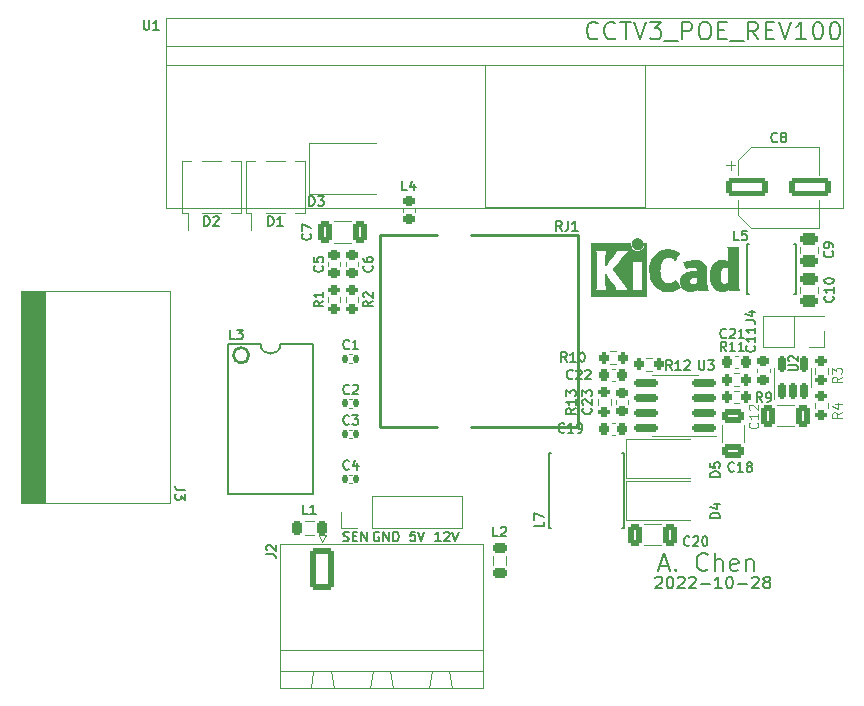
<source format=gto>
%TF.GenerationSoftware,KiCad,Pcbnew,(6.0.8-1)-1*%
%TF.CreationDate,2022-11-24T03:29:18+08:00*%
%TF.ProjectId,CCTV3_POE_REV100,43435456-335f-4504-9f45-5f5245563130,100*%
%TF.SameCoordinates,Original*%
%TF.FileFunction,Legend,Top*%
%TF.FilePolarity,Positive*%
%FSLAX46Y46*%
G04 Gerber Fmt 4.6, Leading zero omitted, Abs format (unit mm)*
G04 Created by KiCad (PCBNEW (6.0.8-1)-1) date 2022-11-24 03:29:18*
%MOMM*%
%LPD*%
G01*
G04 APERTURE LIST*
G04 Aperture macros list*
%AMRoundRect*
0 Rectangle with rounded corners*
0 $1 Rounding radius*
0 $2 $3 $4 $5 $6 $7 $8 $9 X,Y pos of 4 corners*
0 Add a 4 corners polygon primitive as box body*
4,1,4,$2,$3,$4,$5,$6,$7,$8,$9,$2,$3,0*
0 Add four circle primitives for the rounded corners*
1,1,$1+$1,$2,$3*
1,1,$1+$1,$4,$5*
1,1,$1+$1,$6,$7*
1,1,$1+$1,$8,$9*
0 Add four rect primitives between the rounded corners*
20,1,$1+$1,$2,$3,$4,$5,0*
20,1,$1+$1,$4,$5,$6,$7,0*
20,1,$1+$1,$6,$7,$8,$9,0*
20,1,$1+$1,$8,$9,$2,$3,0*%
G04 Aperture macros list end*
%ADD10C,0.150000*%
%ADD11C,0.125000*%
%ADD12C,0.120000*%
%ADD13C,0.250000*%
%ADD14C,0.200000*%
%ADD15C,0.010000*%
%ADD16RoundRect,0.225000X0.250000X-0.225000X0.250000X0.225000X-0.250000X0.225000X-0.250000X-0.225000X0*%
%ADD17RoundRect,0.150000X0.150000X-0.512500X0.150000X0.512500X-0.150000X0.512500X-0.150000X-0.512500X0*%
%ADD18RoundRect,0.250000X-1.500000X-0.550000X1.500000X-0.550000X1.500000X0.550000X-1.500000X0.550000X0*%
%ADD19RoundRect,0.200000X0.275000X-0.200000X0.275000X0.200000X-0.275000X0.200000X-0.275000X-0.200000X0*%
%ADD20RoundRect,0.140000X-0.140000X-0.170000X0.140000X-0.170000X0.140000X0.170000X-0.140000X0.170000X0*%
%ADD21RoundRect,0.250000X-0.650000X0.325000X-0.650000X-0.325000X0.650000X-0.325000X0.650000X0.325000X0*%
%ADD22RoundRect,0.150000X0.825000X0.150000X-0.825000X0.150000X-0.825000X-0.150000X0.825000X-0.150000X0*%
%ADD23RoundRect,0.200000X-0.275000X0.200000X-0.275000X-0.200000X0.275000X-0.200000X0.275000X0.200000X0*%
%ADD24RoundRect,0.225000X0.225000X0.250000X-0.225000X0.250000X-0.225000X-0.250000X0.225000X-0.250000X0*%
%ADD25RoundRect,0.218750X0.381250X-0.218750X0.381250X0.218750X-0.381250X0.218750X-0.381250X-0.218750X0*%
%ADD26RoundRect,0.200000X-0.200000X-0.275000X0.200000X-0.275000X0.200000X0.275000X-0.200000X0.275000X0*%
%ADD27RoundRect,0.200000X0.200000X0.275000X-0.200000X0.275000X-0.200000X-0.275000X0.200000X-0.275000X0*%
%ADD28RoundRect,0.218750X0.256250X-0.218750X0.256250X0.218750X-0.256250X0.218750X-0.256250X-0.218750X0*%
%ADD29C,4.400000*%
%ADD30R,2.500000X1.800000*%
%ADD31R,0.800000X1.000000*%
%ADD32RoundRect,0.225000X-0.250000X0.225000X-0.250000X-0.225000X0.250000X-0.225000X0.250000X0.225000X0*%
%ADD33R,1.700000X1.700000*%
%ADD34O,1.700000X1.700000*%
%ADD35C,3.300000*%
%ADD36C,1.520000*%
%ADD37C,2.500000*%
%ADD38R,3.520000X1.870000*%
%ADD39RoundRect,0.250000X0.325000X0.650000X-0.325000X0.650000X-0.325000X-0.650000X0.325000X-0.650000X0*%
%ADD40C,2.600000*%
%ADD41C,2.150000*%
%ADD42C,1.600000*%
%ADD43RoundRect,0.250000X-0.325000X-0.650000X0.325000X-0.650000X0.325000X0.650000X-0.325000X0.650000X0*%
%ADD44RoundRect,0.218750X0.218750X0.381250X-0.218750X0.381250X-0.218750X-0.381250X0.218750X-0.381250X0*%
%ADD45R,2.500000X2.300000*%
%ADD46RoundRect,0.250000X-0.475000X0.250000X-0.475000X-0.250000X0.475000X-0.250000X0.475000X0.250000X0*%
%ADD47R,1.800000X0.640000*%
%ADD48RoundRect,0.250000X0.475000X-0.250000X0.475000X0.250000X-0.475000X0.250000X-0.475000X-0.250000X0*%
%ADD49R,5.720000X2.200000*%
%ADD50RoundRect,0.250000X-0.750000X-1.550000X0.750000X-1.550000X0.750000X1.550000X-0.750000X1.550000X0*%
%ADD51O,2.000000X3.600000*%
G04 APERTURE END LIST*
D10*
X47290476Y-65323809D02*
X47404761Y-65361904D01*
X47595238Y-65361904D01*
X47671428Y-65323809D01*
X47709523Y-65285714D01*
X47747619Y-65209523D01*
X47747619Y-65133333D01*
X47709523Y-65057142D01*
X47671428Y-65019047D01*
X47595238Y-64980952D01*
X47442857Y-64942857D01*
X47366666Y-64904761D01*
X47328571Y-64866666D01*
X47290476Y-64790476D01*
X47290476Y-64714285D01*
X47328571Y-64638095D01*
X47366666Y-64600000D01*
X47442857Y-64561904D01*
X47633333Y-64561904D01*
X47747619Y-64600000D01*
X48090476Y-64942857D02*
X48357142Y-64942857D01*
X48471428Y-65361904D02*
X48090476Y-65361904D01*
X48090476Y-64561904D01*
X48471428Y-64561904D01*
X48814285Y-65361904D02*
X48814285Y-64561904D01*
X49271428Y-65361904D01*
X49271428Y-64561904D01*
X50290476Y-64600000D02*
X50214285Y-64561904D01*
X50100000Y-64561904D01*
X49985714Y-64600000D01*
X49909523Y-64676190D01*
X49871428Y-64752380D01*
X49833333Y-64904761D01*
X49833333Y-65019047D01*
X49871428Y-65171428D01*
X49909523Y-65247619D01*
X49985714Y-65323809D01*
X50100000Y-65361904D01*
X50176190Y-65361904D01*
X50290476Y-65323809D01*
X50328571Y-65285714D01*
X50328571Y-65019047D01*
X50176190Y-65019047D01*
X50671428Y-65361904D02*
X50671428Y-64561904D01*
X51128571Y-65361904D01*
X51128571Y-64561904D01*
X51509523Y-65361904D02*
X51509523Y-64561904D01*
X51700000Y-64561904D01*
X51814285Y-64600000D01*
X51890476Y-64676190D01*
X51928571Y-64752380D01*
X51966666Y-64904761D01*
X51966666Y-65019047D01*
X51928571Y-65171428D01*
X51890476Y-65247619D01*
X51814285Y-65323809D01*
X51700000Y-65361904D01*
X51509523Y-65361904D01*
X55504761Y-65361904D02*
X55047619Y-65361904D01*
X55276190Y-65361904D02*
X55276190Y-64561904D01*
X55200000Y-64676190D01*
X55123809Y-64752380D01*
X55047619Y-64790476D01*
X55809523Y-64638095D02*
X55847619Y-64600000D01*
X55923809Y-64561904D01*
X56114285Y-64561904D01*
X56190476Y-64600000D01*
X56228571Y-64638095D01*
X56266666Y-64714285D01*
X56266666Y-64790476D01*
X56228571Y-64904761D01*
X55771428Y-65361904D01*
X56266666Y-65361904D01*
X56495238Y-64561904D02*
X56761904Y-65361904D01*
X57028571Y-64561904D01*
X53347619Y-64561904D02*
X52966666Y-64561904D01*
X52928571Y-64942857D01*
X52966666Y-64904761D01*
X53042857Y-64866666D01*
X53233333Y-64866666D01*
X53309523Y-64904761D01*
X53347619Y-64942857D01*
X53385714Y-65019047D01*
X53385714Y-65209523D01*
X53347619Y-65285714D01*
X53309523Y-65323809D01*
X53233333Y-65361904D01*
X53042857Y-65361904D01*
X52966666Y-65323809D01*
X52928571Y-65285714D01*
X53614285Y-64561904D02*
X53880952Y-65361904D01*
X54147619Y-64561904D01*
X73697738Y-68447619D02*
X73745357Y-68400000D01*
X73840595Y-68352380D01*
X74078690Y-68352380D01*
X74173928Y-68400000D01*
X74221547Y-68447619D01*
X74269166Y-68542857D01*
X74269166Y-68638095D01*
X74221547Y-68780952D01*
X73650119Y-69352380D01*
X74269166Y-69352380D01*
X74888214Y-68352380D02*
X74983452Y-68352380D01*
X75078690Y-68400000D01*
X75126309Y-68447619D01*
X75173928Y-68542857D01*
X75221547Y-68733333D01*
X75221547Y-68971428D01*
X75173928Y-69161904D01*
X75126309Y-69257142D01*
X75078690Y-69304761D01*
X74983452Y-69352380D01*
X74888214Y-69352380D01*
X74792976Y-69304761D01*
X74745357Y-69257142D01*
X74697738Y-69161904D01*
X74650119Y-68971428D01*
X74650119Y-68733333D01*
X74697738Y-68542857D01*
X74745357Y-68447619D01*
X74792976Y-68400000D01*
X74888214Y-68352380D01*
X75602500Y-68447619D02*
X75650119Y-68400000D01*
X75745357Y-68352380D01*
X75983452Y-68352380D01*
X76078690Y-68400000D01*
X76126309Y-68447619D01*
X76173928Y-68542857D01*
X76173928Y-68638095D01*
X76126309Y-68780952D01*
X75554880Y-69352380D01*
X76173928Y-69352380D01*
X76554880Y-68447619D02*
X76602500Y-68400000D01*
X76697738Y-68352380D01*
X76935833Y-68352380D01*
X77031071Y-68400000D01*
X77078690Y-68447619D01*
X77126309Y-68542857D01*
X77126309Y-68638095D01*
X77078690Y-68780952D01*
X76507261Y-69352380D01*
X77126309Y-69352380D01*
X77554880Y-68971428D02*
X78316785Y-68971428D01*
X79316785Y-69352380D02*
X78745357Y-69352380D01*
X79031071Y-69352380D02*
X79031071Y-68352380D01*
X78935833Y-68495238D01*
X78840595Y-68590476D01*
X78745357Y-68638095D01*
X79935833Y-68352380D02*
X80031071Y-68352380D01*
X80126309Y-68400000D01*
X80173928Y-68447619D01*
X80221547Y-68542857D01*
X80269166Y-68733333D01*
X80269166Y-68971428D01*
X80221547Y-69161904D01*
X80173928Y-69257142D01*
X80126309Y-69304761D01*
X80031071Y-69352380D01*
X79935833Y-69352380D01*
X79840595Y-69304761D01*
X79792976Y-69257142D01*
X79745357Y-69161904D01*
X79697738Y-68971428D01*
X79697738Y-68733333D01*
X79745357Y-68542857D01*
X79792976Y-68447619D01*
X79840595Y-68400000D01*
X79935833Y-68352380D01*
X80697738Y-68971428D02*
X81459642Y-68971428D01*
X81888214Y-68447619D02*
X81935833Y-68400000D01*
X82031071Y-68352380D01*
X82269166Y-68352380D01*
X82364404Y-68400000D01*
X82412023Y-68447619D01*
X82459642Y-68542857D01*
X82459642Y-68638095D01*
X82412023Y-68780952D01*
X81840595Y-69352380D01*
X82459642Y-69352380D01*
X83031071Y-68780952D02*
X82935833Y-68733333D01*
X82888214Y-68685714D01*
X82840595Y-68590476D01*
X82840595Y-68542857D01*
X82888214Y-68447619D01*
X82935833Y-68400000D01*
X83031071Y-68352380D01*
X83221547Y-68352380D01*
X83316785Y-68400000D01*
X83364404Y-68447619D01*
X83412023Y-68542857D01*
X83412023Y-68590476D01*
X83364404Y-68685714D01*
X83316785Y-68733333D01*
X83221547Y-68780952D01*
X83031071Y-68780952D01*
X82935833Y-68828571D01*
X82888214Y-68876190D01*
X82840595Y-68971428D01*
X82840595Y-69161904D01*
X82888214Y-69257142D01*
X82935833Y-69304761D01*
X83031071Y-69352380D01*
X83221547Y-69352380D01*
X83316785Y-69304761D01*
X83364404Y-69257142D01*
X83412023Y-69161904D01*
X83412023Y-68971428D01*
X83364404Y-68876190D01*
X83316785Y-68828571D01*
X83221547Y-68780952D01*
X74045357Y-67450000D02*
X74759642Y-67450000D01*
X73902500Y-67878571D02*
X74402500Y-66378571D01*
X74902500Y-67878571D01*
X75402500Y-67735714D02*
X75473928Y-67807142D01*
X75402500Y-67878571D01*
X75331071Y-67807142D01*
X75402500Y-67735714D01*
X75402500Y-67878571D01*
X78116785Y-67735714D02*
X78045357Y-67807142D01*
X77831071Y-67878571D01*
X77688214Y-67878571D01*
X77473928Y-67807142D01*
X77331071Y-67664285D01*
X77259642Y-67521428D01*
X77188214Y-67235714D01*
X77188214Y-67021428D01*
X77259642Y-66735714D01*
X77331071Y-66592857D01*
X77473928Y-66450000D01*
X77688214Y-66378571D01*
X77831071Y-66378571D01*
X78045357Y-66450000D01*
X78116785Y-66521428D01*
X78759642Y-67878571D02*
X78759642Y-66378571D01*
X79402500Y-67878571D02*
X79402500Y-67092857D01*
X79331071Y-66950000D01*
X79188214Y-66878571D01*
X78973928Y-66878571D01*
X78831071Y-66950000D01*
X78759642Y-67021428D01*
X80688214Y-67807142D02*
X80545357Y-67878571D01*
X80259642Y-67878571D01*
X80116785Y-67807142D01*
X80045357Y-67664285D01*
X80045357Y-67092857D01*
X80116785Y-66950000D01*
X80259642Y-66878571D01*
X80545357Y-66878571D01*
X80688214Y-66950000D01*
X80759642Y-67092857D01*
X80759642Y-67235714D01*
X80045357Y-67378571D01*
X81402500Y-66878571D02*
X81402500Y-67878571D01*
X81402500Y-67021428D02*
X81473928Y-66950000D01*
X81616785Y-66878571D01*
X81831071Y-66878571D01*
X81973928Y-66950000D01*
X82045357Y-67092857D01*
X82045357Y-67878571D01*
X68814285Y-22735714D02*
X68742857Y-22807142D01*
X68528571Y-22878571D01*
X68385714Y-22878571D01*
X68171428Y-22807142D01*
X68028571Y-22664285D01*
X67957142Y-22521428D01*
X67885714Y-22235714D01*
X67885714Y-22021428D01*
X67957142Y-21735714D01*
X68028571Y-21592857D01*
X68171428Y-21450000D01*
X68385714Y-21378571D01*
X68528571Y-21378571D01*
X68742857Y-21450000D01*
X68814285Y-21521428D01*
X70314285Y-22735714D02*
X70242857Y-22807142D01*
X70028571Y-22878571D01*
X69885714Y-22878571D01*
X69671428Y-22807142D01*
X69528571Y-22664285D01*
X69457142Y-22521428D01*
X69385714Y-22235714D01*
X69385714Y-22021428D01*
X69457142Y-21735714D01*
X69528571Y-21592857D01*
X69671428Y-21450000D01*
X69885714Y-21378571D01*
X70028571Y-21378571D01*
X70242857Y-21450000D01*
X70314285Y-21521428D01*
X70742857Y-21378571D02*
X71600000Y-21378571D01*
X71171428Y-22878571D02*
X71171428Y-21378571D01*
X71885714Y-21378571D02*
X72385714Y-22878571D01*
X72885714Y-21378571D01*
X73242857Y-21378571D02*
X74171428Y-21378571D01*
X73671428Y-21950000D01*
X73885714Y-21950000D01*
X74028571Y-22021428D01*
X74100000Y-22092857D01*
X74171428Y-22235714D01*
X74171428Y-22592857D01*
X74100000Y-22735714D01*
X74028571Y-22807142D01*
X73885714Y-22878571D01*
X73457142Y-22878571D01*
X73314285Y-22807142D01*
X73242857Y-22735714D01*
X74457142Y-23021428D02*
X75600000Y-23021428D01*
X75957142Y-22878571D02*
X75957142Y-21378571D01*
X76528571Y-21378571D01*
X76671428Y-21450000D01*
X76742857Y-21521428D01*
X76814285Y-21664285D01*
X76814285Y-21878571D01*
X76742857Y-22021428D01*
X76671428Y-22092857D01*
X76528571Y-22164285D01*
X75957142Y-22164285D01*
X77742857Y-21378571D02*
X78028571Y-21378571D01*
X78171428Y-21450000D01*
X78314285Y-21592857D01*
X78385714Y-21878571D01*
X78385714Y-22378571D01*
X78314285Y-22664285D01*
X78171428Y-22807142D01*
X78028571Y-22878571D01*
X77742857Y-22878571D01*
X77600000Y-22807142D01*
X77457142Y-22664285D01*
X77385714Y-22378571D01*
X77385714Y-21878571D01*
X77457142Y-21592857D01*
X77600000Y-21450000D01*
X77742857Y-21378571D01*
X79028571Y-22092857D02*
X79528571Y-22092857D01*
X79742857Y-22878571D02*
X79028571Y-22878571D01*
X79028571Y-21378571D01*
X79742857Y-21378571D01*
X80028571Y-23021428D02*
X81171428Y-23021428D01*
X82385714Y-22878571D02*
X81885714Y-22164285D01*
X81528571Y-22878571D02*
X81528571Y-21378571D01*
X82100000Y-21378571D01*
X82242857Y-21450000D01*
X82314285Y-21521428D01*
X82385714Y-21664285D01*
X82385714Y-21878571D01*
X82314285Y-22021428D01*
X82242857Y-22092857D01*
X82100000Y-22164285D01*
X81528571Y-22164285D01*
X83028571Y-22092857D02*
X83528571Y-22092857D01*
X83742857Y-22878571D02*
X83028571Y-22878571D01*
X83028571Y-21378571D01*
X83742857Y-21378571D01*
X84171428Y-21378571D02*
X84671428Y-22878571D01*
X85171428Y-21378571D01*
X86457142Y-22878571D02*
X85600000Y-22878571D01*
X86028571Y-22878571D02*
X86028571Y-21378571D01*
X85885714Y-21592857D01*
X85742857Y-21735714D01*
X85600000Y-21807142D01*
X87385714Y-21378571D02*
X87528571Y-21378571D01*
X87671428Y-21450000D01*
X87742857Y-21521428D01*
X87814285Y-21664285D01*
X87885714Y-21950000D01*
X87885714Y-22307142D01*
X87814285Y-22592857D01*
X87742857Y-22735714D01*
X87671428Y-22807142D01*
X87528571Y-22878571D01*
X87385714Y-22878571D01*
X87242857Y-22807142D01*
X87171428Y-22735714D01*
X87100000Y-22592857D01*
X87028571Y-22307142D01*
X87028571Y-21950000D01*
X87100000Y-21664285D01*
X87171428Y-21521428D01*
X87242857Y-21450000D01*
X87385714Y-21378571D01*
X88814285Y-21378571D02*
X88957142Y-21378571D01*
X89100000Y-21450000D01*
X89171428Y-21521428D01*
X89242857Y-21664285D01*
X89314285Y-21950000D01*
X89314285Y-22307142D01*
X89242857Y-22592857D01*
X89171428Y-22735714D01*
X89100000Y-22807142D01*
X88957142Y-22878571D01*
X88814285Y-22878571D01*
X88671428Y-22807142D01*
X88600000Y-22735714D01*
X88528571Y-22592857D01*
X88457142Y-22307142D01*
X88457142Y-21950000D01*
X88528571Y-21664285D01*
X88600000Y-21521428D01*
X88671428Y-21450000D01*
X88814285Y-21378571D01*
X45485714Y-42033333D02*
X45523809Y-42071428D01*
X45561904Y-42185714D01*
X45561904Y-42261904D01*
X45523809Y-42376190D01*
X45447619Y-42452380D01*
X45371428Y-42490476D01*
X45219047Y-42528571D01*
X45104761Y-42528571D01*
X44952380Y-42490476D01*
X44876190Y-42452380D01*
X44800000Y-42376190D01*
X44761904Y-42261904D01*
X44761904Y-42185714D01*
X44800000Y-42071428D01*
X44838095Y-42033333D01*
X44761904Y-41309523D02*
X44761904Y-41690476D01*
X45142857Y-41728571D01*
X45104761Y-41690476D01*
X45066666Y-41614285D01*
X45066666Y-41423809D01*
X45104761Y-41347619D01*
X45142857Y-41309523D01*
X45219047Y-41271428D01*
X45409523Y-41271428D01*
X45485714Y-41309523D01*
X45523809Y-41347619D01*
X45561904Y-41423809D01*
X45561904Y-41614285D01*
X45523809Y-41690476D01*
X45485714Y-41728571D01*
X84961904Y-50909523D02*
X85609523Y-50909523D01*
X85685714Y-50871428D01*
X85723809Y-50833333D01*
X85761904Y-50757142D01*
X85761904Y-50604761D01*
X85723809Y-50528571D01*
X85685714Y-50490476D01*
X85609523Y-50452380D01*
X84961904Y-50452380D01*
X85038095Y-50109523D02*
X85000000Y-50071428D01*
X84961904Y-49995238D01*
X84961904Y-49804761D01*
X85000000Y-49728571D01*
X85038095Y-49690476D01*
X85114285Y-49652380D01*
X85190476Y-49652380D01*
X85304761Y-49690476D01*
X85761904Y-50147619D01*
X85761904Y-49652380D01*
X83996666Y-31485714D02*
X83958571Y-31523809D01*
X83844285Y-31561904D01*
X83768095Y-31561904D01*
X83653809Y-31523809D01*
X83577619Y-31447619D01*
X83539523Y-31371428D01*
X83501428Y-31219047D01*
X83501428Y-31104761D01*
X83539523Y-30952380D01*
X83577619Y-30876190D01*
X83653809Y-30800000D01*
X83768095Y-30761904D01*
X83844285Y-30761904D01*
X83958571Y-30800000D01*
X83996666Y-30838095D01*
X84453809Y-31104761D02*
X84377619Y-31066666D01*
X84339523Y-31028571D01*
X84301428Y-30952380D01*
X84301428Y-30914285D01*
X84339523Y-30838095D01*
X84377619Y-30800000D01*
X84453809Y-30761904D01*
X84606190Y-30761904D01*
X84682380Y-30800000D01*
X84720476Y-30838095D01*
X84758571Y-30914285D01*
X84758571Y-30952380D01*
X84720476Y-31028571D01*
X84682380Y-31066666D01*
X84606190Y-31104761D01*
X84453809Y-31104761D01*
X84377619Y-31142857D01*
X84339523Y-31180952D01*
X84301428Y-31257142D01*
X84301428Y-31409523D01*
X84339523Y-31485714D01*
X84377619Y-31523809D01*
X84453809Y-31561904D01*
X84606190Y-31561904D01*
X84682380Y-31523809D01*
X84720476Y-31485714D01*
X84758571Y-31409523D01*
X84758571Y-31257142D01*
X84720476Y-31180952D01*
X84682380Y-31142857D01*
X84606190Y-31104761D01*
X49761904Y-45033333D02*
X49380952Y-45300000D01*
X49761904Y-45490476D02*
X48961904Y-45490476D01*
X48961904Y-45185714D01*
X49000000Y-45109523D01*
X49038095Y-45071428D01*
X49114285Y-45033333D01*
X49228571Y-45033333D01*
X49304761Y-45071428D01*
X49342857Y-45109523D01*
X49380952Y-45185714D01*
X49380952Y-45490476D01*
X49038095Y-44728571D02*
X49000000Y-44690476D01*
X48961904Y-44614285D01*
X48961904Y-44423809D01*
X49000000Y-44347619D01*
X49038095Y-44309523D01*
X49114285Y-44271428D01*
X49190476Y-44271428D01*
X49304761Y-44309523D01*
X49761904Y-44766666D01*
X49761904Y-44271428D01*
X47766666Y-55425714D02*
X47728571Y-55463809D01*
X47614285Y-55501904D01*
X47538095Y-55501904D01*
X47423809Y-55463809D01*
X47347619Y-55387619D01*
X47309523Y-55311428D01*
X47271428Y-55159047D01*
X47271428Y-55044761D01*
X47309523Y-54892380D01*
X47347619Y-54816190D01*
X47423809Y-54740000D01*
X47538095Y-54701904D01*
X47614285Y-54701904D01*
X47728571Y-54740000D01*
X47766666Y-54778095D01*
X48033333Y-54701904D02*
X48528571Y-54701904D01*
X48261904Y-55006666D01*
X48376190Y-55006666D01*
X48452380Y-55044761D01*
X48490476Y-55082857D01*
X48528571Y-55159047D01*
X48528571Y-55349523D01*
X48490476Y-55425714D01*
X48452380Y-55463809D01*
X48376190Y-55501904D01*
X48147619Y-55501904D01*
X48071428Y-55463809D01*
X48033333Y-55425714D01*
X80355714Y-59385714D02*
X80317619Y-59423809D01*
X80203333Y-59461904D01*
X80127142Y-59461904D01*
X80012857Y-59423809D01*
X79936666Y-59347619D01*
X79898571Y-59271428D01*
X79860476Y-59119047D01*
X79860476Y-59004761D01*
X79898571Y-58852380D01*
X79936666Y-58776190D01*
X80012857Y-58700000D01*
X80127142Y-58661904D01*
X80203333Y-58661904D01*
X80317619Y-58700000D01*
X80355714Y-58738095D01*
X81117619Y-59461904D02*
X80660476Y-59461904D01*
X80889047Y-59461904D02*
X80889047Y-58661904D01*
X80812857Y-58776190D01*
X80736666Y-58852380D01*
X80660476Y-58890476D01*
X81574761Y-59004761D02*
X81498571Y-58966666D01*
X81460476Y-58928571D01*
X81422380Y-58852380D01*
X81422380Y-58814285D01*
X81460476Y-58738095D01*
X81498571Y-58700000D01*
X81574761Y-58661904D01*
X81727142Y-58661904D01*
X81803333Y-58700000D01*
X81841428Y-58738095D01*
X81879523Y-58814285D01*
X81879523Y-58852380D01*
X81841428Y-58928571D01*
X81803333Y-58966666D01*
X81727142Y-59004761D01*
X81574761Y-59004761D01*
X81498571Y-59042857D01*
X81460476Y-59080952D01*
X81422380Y-59157142D01*
X81422380Y-59309523D01*
X81460476Y-59385714D01*
X81498571Y-59423809D01*
X81574761Y-59461904D01*
X81727142Y-59461904D01*
X81803333Y-59423809D01*
X81841428Y-59385714D01*
X81879523Y-59309523D01*
X81879523Y-59157142D01*
X81841428Y-59080952D01*
X81803333Y-59042857D01*
X81727142Y-59004761D01*
X77390476Y-50061904D02*
X77390476Y-50709523D01*
X77428571Y-50785714D01*
X77466666Y-50823809D01*
X77542857Y-50861904D01*
X77695238Y-50861904D01*
X77771428Y-50823809D01*
X77809523Y-50785714D01*
X77847619Y-50709523D01*
X77847619Y-50061904D01*
X78152380Y-50061904D02*
X78647619Y-50061904D01*
X78380952Y-50366666D01*
X78495238Y-50366666D01*
X78571428Y-50404761D01*
X78609523Y-50442857D01*
X78647619Y-50519047D01*
X78647619Y-50709523D01*
X78609523Y-50785714D01*
X78571428Y-50823809D01*
X78495238Y-50861904D01*
X78266666Y-50861904D01*
X78190476Y-50823809D01*
X78152380Y-50785714D01*
D11*
X89461904Y-51433333D02*
X89080952Y-51700000D01*
X89461904Y-51890476D02*
X88661904Y-51890476D01*
X88661904Y-51585714D01*
X88700000Y-51509523D01*
X88738095Y-51471428D01*
X88814285Y-51433333D01*
X88928571Y-51433333D01*
X89004761Y-51471428D01*
X89042857Y-51509523D01*
X89080952Y-51585714D01*
X89080952Y-51890476D01*
X88661904Y-51166666D02*
X88661904Y-50671428D01*
X88966666Y-50938095D01*
X88966666Y-50823809D01*
X89004761Y-50747619D01*
X89042857Y-50709523D01*
X89119047Y-50671428D01*
X89309523Y-50671428D01*
X89385714Y-50709523D01*
X89423809Y-50747619D01*
X89461904Y-50823809D01*
X89461904Y-51052380D01*
X89423809Y-51128571D01*
X89385714Y-51166666D01*
D10*
X79685714Y-48085714D02*
X79647619Y-48123809D01*
X79533333Y-48161904D01*
X79457142Y-48161904D01*
X79342857Y-48123809D01*
X79266666Y-48047619D01*
X79228571Y-47971428D01*
X79190476Y-47819047D01*
X79190476Y-47704761D01*
X79228571Y-47552380D01*
X79266666Y-47476190D01*
X79342857Y-47400000D01*
X79457142Y-47361904D01*
X79533333Y-47361904D01*
X79647619Y-47400000D01*
X79685714Y-47438095D01*
X79990476Y-47438095D02*
X80028571Y-47400000D01*
X80104761Y-47361904D01*
X80295238Y-47361904D01*
X80371428Y-47400000D01*
X80409523Y-47438095D01*
X80447619Y-47514285D01*
X80447619Y-47590476D01*
X80409523Y-47704761D01*
X79952380Y-48161904D01*
X80447619Y-48161904D01*
X81209523Y-48161904D02*
X80752380Y-48161904D01*
X80980952Y-48161904D02*
X80980952Y-47361904D01*
X80904761Y-47476190D01*
X80828571Y-47552380D01*
X80752380Y-47590476D01*
X60366666Y-64961904D02*
X59985714Y-64961904D01*
X59985714Y-64161904D01*
X60595238Y-64238095D02*
X60633333Y-64200000D01*
X60709523Y-64161904D01*
X60900000Y-64161904D01*
X60976190Y-64200000D01*
X61014285Y-64238095D01*
X61052380Y-64314285D01*
X61052380Y-64390476D01*
X61014285Y-64504761D01*
X60557142Y-64961904D01*
X61052380Y-64961904D01*
X66185714Y-50161904D02*
X65919047Y-49780952D01*
X65728571Y-50161904D02*
X65728571Y-49361904D01*
X66033333Y-49361904D01*
X66109523Y-49400000D01*
X66147619Y-49438095D01*
X66185714Y-49514285D01*
X66185714Y-49628571D01*
X66147619Y-49704761D01*
X66109523Y-49742857D01*
X66033333Y-49780952D01*
X65728571Y-49780952D01*
X66947619Y-50161904D02*
X66490476Y-50161904D01*
X66719047Y-50161904D02*
X66719047Y-49361904D01*
X66642857Y-49476190D01*
X66566666Y-49552380D01*
X66490476Y-49590476D01*
X67442857Y-49361904D02*
X67519047Y-49361904D01*
X67595238Y-49400000D01*
X67633333Y-49438095D01*
X67671428Y-49514285D01*
X67709523Y-49666666D01*
X67709523Y-49857142D01*
X67671428Y-50009523D01*
X67633333Y-50085714D01*
X67595238Y-50123809D01*
X67519047Y-50161904D01*
X67442857Y-50161904D01*
X67366666Y-50123809D01*
X67328571Y-50085714D01*
X67290476Y-50009523D01*
X67252380Y-49857142D01*
X67252380Y-49666666D01*
X67290476Y-49514285D01*
X67328571Y-49438095D01*
X67366666Y-49400000D01*
X67442857Y-49361904D01*
X47766666Y-59225714D02*
X47728571Y-59263809D01*
X47614285Y-59301904D01*
X47538095Y-59301904D01*
X47423809Y-59263809D01*
X47347619Y-59187619D01*
X47309523Y-59111428D01*
X47271428Y-58959047D01*
X47271428Y-58844761D01*
X47309523Y-58692380D01*
X47347619Y-58616190D01*
X47423809Y-58540000D01*
X47538095Y-58501904D01*
X47614285Y-58501904D01*
X47728571Y-58540000D01*
X47766666Y-58578095D01*
X48452380Y-58768571D02*
X48452380Y-59301904D01*
X48261904Y-58463809D02*
X48071428Y-59035238D01*
X48566666Y-59035238D01*
X82736666Y-53561904D02*
X82470000Y-53180952D01*
X82279523Y-53561904D02*
X82279523Y-52761904D01*
X82584285Y-52761904D01*
X82660476Y-52800000D01*
X82698571Y-52838095D01*
X82736666Y-52914285D01*
X82736666Y-53028571D01*
X82698571Y-53104761D01*
X82660476Y-53142857D01*
X82584285Y-53180952D01*
X82279523Y-53180952D01*
X83117619Y-53561904D02*
X83270000Y-53561904D01*
X83346190Y-53523809D01*
X83384285Y-53485714D01*
X83460476Y-53371428D01*
X83498571Y-53219047D01*
X83498571Y-52914285D01*
X83460476Y-52838095D01*
X83422380Y-52800000D01*
X83346190Y-52761904D01*
X83193809Y-52761904D01*
X83117619Y-52800000D01*
X83079523Y-52838095D01*
X83041428Y-52914285D01*
X83041428Y-53104761D01*
X83079523Y-53180952D01*
X83117619Y-53219047D01*
X83193809Y-53257142D01*
X83346190Y-53257142D01*
X83422380Y-53219047D01*
X83460476Y-53180952D01*
X83498571Y-53104761D01*
X65985714Y-56085714D02*
X65947619Y-56123809D01*
X65833333Y-56161904D01*
X65757142Y-56161904D01*
X65642857Y-56123809D01*
X65566666Y-56047619D01*
X65528571Y-55971428D01*
X65490476Y-55819047D01*
X65490476Y-55704761D01*
X65528571Y-55552380D01*
X65566666Y-55476190D01*
X65642857Y-55400000D01*
X65757142Y-55361904D01*
X65833333Y-55361904D01*
X65947619Y-55400000D01*
X65985714Y-55438095D01*
X66747619Y-56161904D02*
X66290476Y-56161904D01*
X66519047Y-56161904D02*
X66519047Y-55361904D01*
X66442857Y-55476190D01*
X66366666Y-55552380D01*
X66290476Y-55590476D01*
X67128571Y-56161904D02*
X67280952Y-56161904D01*
X67357142Y-56123809D01*
X67395238Y-56085714D01*
X67471428Y-55971428D01*
X67509523Y-55819047D01*
X67509523Y-55514285D01*
X67471428Y-55438095D01*
X67433333Y-55400000D01*
X67357142Y-55361904D01*
X67204761Y-55361904D01*
X67128571Y-55400000D01*
X67090476Y-55438095D01*
X67052380Y-55514285D01*
X67052380Y-55704761D01*
X67090476Y-55780952D01*
X67128571Y-55819047D01*
X67204761Y-55857142D01*
X67357142Y-55857142D01*
X67433333Y-55819047D01*
X67471428Y-55780952D01*
X67509523Y-55704761D01*
X52666666Y-35661904D02*
X52285714Y-35661904D01*
X52285714Y-34861904D01*
X53276190Y-35128571D02*
X53276190Y-35661904D01*
X53085714Y-34823809D02*
X52895238Y-35395238D01*
X53390476Y-35395238D01*
X79161904Y-59890476D02*
X78361904Y-59890476D01*
X78361904Y-59700000D01*
X78400000Y-59585714D01*
X78476190Y-59509523D01*
X78552380Y-59471428D01*
X78704761Y-59433333D01*
X78819047Y-59433333D01*
X78971428Y-59471428D01*
X79047619Y-59509523D01*
X79123809Y-59585714D01*
X79161904Y-59700000D01*
X79161904Y-59890476D01*
X78361904Y-58709523D02*
X78361904Y-59090476D01*
X78742857Y-59128571D01*
X78704761Y-59090476D01*
X78666666Y-59014285D01*
X78666666Y-58823809D01*
X78704761Y-58747619D01*
X78742857Y-58709523D01*
X78819047Y-58671428D01*
X79009523Y-58671428D01*
X79085714Y-58709523D01*
X79123809Y-58747619D01*
X79161904Y-58823809D01*
X79161904Y-59014285D01*
X79123809Y-59090476D01*
X79085714Y-59128571D01*
X35509523Y-38661904D02*
X35509523Y-37861904D01*
X35700000Y-37861904D01*
X35814285Y-37900000D01*
X35890476Y-37976190D01*
X35928571Y-38052380D01*
X35966666Y-38204761D01*
X35966666Y-38319047D01*
X35928571Y-38471428D01*
X35890476Y-38547619D01*
X35814285Y-38623809D01*
X35700000Y-38661904D01*
X35509523Y-38661904D01*
X36271428Y-37938095D02*
X36309523Y-37900000D01*
X36385714Y-37861904D01*
X36576190Y-37861904D01*
X36652380Y-37900000D01*
X36690476Y-37938095D01*
X36728571Y-38014285D01*
X36728571Y-38090476D01*
X36690476Y-38204761D01*
X36233333Y-38661904D01*
X36728571Y-38661904D01*
X82085714Y-48814285D02*
X82123809Y-48852380D01*
X82161904Y-48966666D01*
X82161904Y-49042857D01*
X82123809Y-49157142D01*
X82047619Y-49233333D01*
X81971428Y-49271428D01*
X81819047Y-49309523D01*
X81704761Y-49309523D01*
X81552380Y-49271428D01*
X81476190Y-49233333D01*
X81400000Y-49157142D01*
X81361904Y-49042857D01*
X81361904Y-48966666D01*
X81400000Y-48852380D01*
X81438095Y-48814285D01*
X82161904Y-48052380D02*
X82161904Y-48509523D01*
X82161904Y-48280952D02*
X81361904Y-48280952D01*
X81476190Y-48357142D01*
X81552380Y-48433333D01*
X81590476Y-48509523D01*
X82161904Y-47290476D02*
X82161904Y-47747619D01*
X82161904Y-47519047D02*
X81361904Y-47519047D01*
X81476190Y-47595238D01*
X81552380Y-47671428D01*
X81590476Y-47747619D01*
X75085714Y-50861904D02*
X74819047Y-50480952D01*
X74628571Y-50861904D02*
X74628571Y-50061904D01*
X74933333Y-50061904D01*
X75009523Y-50100000D01*
X75047619Y-50138095D01*
X75085714Y-50214285D01*
X75085714Y-50328571D01*
X75047619Y-50404761D01*
X75009523Y-50442857D01*
X74933333Y-50480952D01*
X74628571Y-50480952D01*
X75847619Y-50861904D02*
X75390476Y-50861904D01*
X75619047Y-50861904D02*
X75619047Y-50061904D01*
X75542857Y-50176190D01*
X75466666Y-50252380D01*
X75390476Y-50290476D01*
X76152380Y-50138095D02*
X76190476Y-50100000D01*
X76266666Y-50061904D01*
X76457142Y-50061904D01*
X76533333Y-50100000D01*
X76571428Y-50138095D01*
X76609523Y-50214285D01*
X76609523Y-50290476D01*
X76571428Y-50404761D01*
X76114285Y-50861904D01*
X76609523Y-50861904D01*
X65761904Y-39061904D02*
X65495238Y-38680952D01*
X65304761Y-39061904D02*
X65304761Y-38261904D01*
X65609523Y-38261904D01*
X65685714Y-38300000D01*
X65723809Y-38338095D01*
X65761904Y-38414285D01*
X65761904Y-38528571D01*
X65723809Y-38604761D01*
X65685714Y-38642857D01*
X65609523Y-38680952D01*
X65304761Y-38680952D01*
X66333333Y-38261904D02*
X66333333Y-38833333D01*
X66295238Y-38947619D01*
X66219047Y-39023809D01*
X66104761Y-39061904D01*
X66028571Y-39061904D01*
X67133333Y-39061904D02*
X66676190Y-39061904D01*
X66904761Y-39061904D02*
X66904761Y-38261904D01*
X66828571Y-38376190D01*
X66752380Y-38452380D01*
X66676190Y-38490476D01*
X66685714Y-51585714D02*
X66647619Y-51623809D01*
X66533333Y-51661904D01*
X66457142Y-51661904D01*
X66342857Y-51623809D01*
X66266666Y-51547619D01*
X66228571Y-51471428D01*
X66190476Y-51319047D01*
X66190476Y-51204761D01*
X66228571Y-51052380D01*
X66266666Y-50976190D01*
X66342857Y-50900000D01*
X66457142Y-50861904D01*
X66533333Y-50861904D01*
X66647619Y-50900000D01*
X66685714Y-50938095D01*
X66990476Y-50938095D02*
X67028571Y-50900000D01*
X67104761Y-50861904D01*
X67295238Y-50861904D01*
X67371428Y-50900000D01*
X67409523Y-50938095D01*
X67447619Y-51014285D01*
X67447619Y-51090476D01*
X67409523Y-51204761D01*
X66952380Y-51661904D01*
X67447619Y-51661904D01*
X67752380Y-50938095D02*
X67790476Y-50900000D01*
X67866666Y-50861904D01*
X68057142Y-50861904D01*
X68133333Y-50900000D01*
X68171428Y-50938095D01*
X68209523Y-51014285D01*
X68209523Y-51090476D01*
X68171428Y-51204761D01*
X67714285Y-51661904D01*
X68209523Y-51661904D01*
X80766666Y-39861904D02*
X80385714Y-39861904D01*
X80385714Y-39061904D01*
X81414285Y-39061904D02*
X81033333Y-39061904D01*
X80995238Y-39442857D01*
X81033333Y-39404761D01*
X81109523Y-39366666D01*
X81300000Y-39366666D01*
X81376190Y-39404761D01*
X81414285Y-39442857D01*
X81452380Y-39519047D01*
X81452380Y-39709523D01*
X81414285Y-39785714D01*
X81376190Y-39823809D01*
X81300000Y-39861904D01*
X81109523Y-39861904D01*
X81033333Y-39823809D01*
X80995238Y-39785714D01*
X44485714Y-39333333D02*
X44523809Y-39371428D01*
X44561904Y-39485714D01*
X44561904Y-39561904D01*
X44523809Y-39676190D01*
X44447619Y-39752380D01*
X44371428Y-39790476D01*
X44219047Y-39828571D01*
X44104761Y-39828571D01*
X43952380Y-39790476D01*
X43876190Y-39752380D01*
X43800000Y-39676190D01*
X43761904Y-39561904D01*
X43761904Y-39485714D01*
X43800000Y-39371428D01*
X43838095Y-39333333D01*
X43761904Y-39066666D02*
X43761904Y-38533333D01*
X44561904Y-38876190D01*
X33838095Y-61033333D02*
X33266666Y-61033333D01*
X33152380Y-60995238D01*
X33076190Y-60919047D01*
X33038095Y-60804761D01*
X33038095Y-60728571D01*
X33838095Y-61338095D02*
X33838095Y-61833333D01*
X33533333Y-61566666D01*
X33533333Y-61680952D01*
X33495238Y-61757142D01*
X33457142Y-61795238D01*
X33380952Y-61833333D01*
X33190476Y-61833333D01*
X33114285Y-61795238D01*
X33076190Y-61757142D01*
X33038095Y-61680952D01*
X33038095Y-61452380D01*
X33076190Y-61376190D01*
X33114285Y-61338095D01*
X81361904Y-46666666D02*
X81933333Y-46666666D01*
X82047619Y-46704761D01*
X82123809Y-46780952D01*
X82161904Y-46895238D01*
X82161904Y-46971428D01*
X81628571Y-45942857D02*
X82161904Y-45942857D01*
X81323809Y-46133333D02*
X81895238Y-46323809D01*
X81895238Y-45828571D01*
D11*
X82315714Y-55314285D02*
X82353809Y-55352380D01*
X82391904Y-55466666D01*
X82391904Y-55542857D01*
X82353809Y-55657142D01*
X82277619Y-55733333D01*
X82201428Y-55771428D01*
X82049047Y-55809523D01*
X81934761Y-55809523D01*
X81782380Y-55771428D01*
X81706190Y-55733333D01*
X81630000Y-55657142D01*
X81591904Y-55542857D01*
X81591904Y-55466666D01*
X81630000Y-55352380D01*
X81668095Y-55314285D01*
X82391904Y-54552380D02*
X82391904Y-55009523D01*
X82391904Y-54780952D02*
X81591904Y-54780952D01*
X81706190Y-54857142D01*
X81782380Y-54933333D01*
X81820476Y-55009523D01*
X81668095Y-54247619D02*
X81630000Y-54209523D01*
X81591904Y-54133333D01*
X81591904Y-53942857D01*
X81630000Y-53866666D01*
X81668095Y-53828571D01*
X81744285Y-53790476D01*
X81820476Y-53790476D01*
X81934761Y-53828571D01*
X82391904Y-54285714D01*
X82391904Y-53790476D01*
D10*
X44266666Y-63061904D02*
X43885714Y-63061904D01*
X43885714Y-62261904D01*
X44952380Y-63061904D02*
X44495238Y-63061904D01*
X44723809Y-63061904D02*
X44723809Y-62261904D01*
X44647619Y-62376190D01*
X44571428Y-62452380D01*
X44495238Y-62490476D01*
X44409523Y-36961904D02*
X44409523Y-36161904D01*
X44600000Y-36161904D01*
X44714285Y-36200000D01*
X44790476Y-36276190D01*
X44828571Y-36352380D01*
X44866666Y-36504761D01*
X44866666Y-36619047D01*
X44828571Y-36771428D01*
X44790476Y-36847619D01*
X44714285Y-36923809D01*
X44600000Y-36961904D01*
X44409523Y-36961904D01*
X45133333Y-36161904D02*
X45628571Y-36161904D01*
X45361904Y-36466666D01*
X45476190Y-36466666D01*
X45552380Y-36504761D01*
X45590476Y-36542857D01*
X45628571Y-36619047D01*
X45628571Y-36809523D01*
X45590476Y-36885714D01*
X45552380Y-36923809D01*
X45476190Y-36961904D01*
X45247619Y-36961904D01*
X45171428Y-36923809D01*
X45133333Y-36885714D01*
X49685714Y-42033333D02*
X49723809Y-42071428D01*
X49761904Y-42185714D01*
X49761904Y-42261904D01*
X49723809Y-42376190D01*
X49647619Y-42452380D01*
X49571428Y-42490476D01*
X49419047Y-42528571D01*
X49304761Y-42528571D01*
X49152380Y-42490476D01*
X49076190Y-42452380D01*
X49000000Y-42376190D01*
X48961904Y-42261904D01*
X48961904Y-42185714D01*
X49000000Y-42071428D01*
X49038095Y-42033333D01*
X48961904Y-41347619D02*
X48961904Y-41500000D01*
X49000000Y-41576190D01*
X49038095Y-41614285D01*
X49152380Y-41690476D01*
X49304761Y-41728571D01*
X49609523Y-41728571D01*
X49685714Y-41690476D01*
X49723809Y-41652380D01*
X49761904Y-41576190D01*
X49761904Y-41423809D01*
X49723809Y-41347619D01*
X49685714Y-41309523D01*
X49609523Y-41271428D01*
X49419047Y-41271428D01*
X49342857Y-41309523D01*
X49304761Y-41347619D01*
X49266666Y-41423809D01*
X49266666Y-41576190D01*
X49304761Y-41652380D01*
X49342857Y-41690476D01*
X49419047Y-41728571D01*
X88665714Y-40833333D02*
X88703809Y-40871428D01*
X88741904Y-40985714D01*
X88741904Y-41061904D01*
X88703809Y-41176190D01*
X88627619Y-41252380D01*
X88551428Y-41290476D01*
X88399047Y-41328571D01*
X88284761Y-41328571D01*
X88132380Y-41290476D01*
X88056190Y-41252380D01*
X87980000Y-41176190D01*
X87941904Y-41061904D01*
X87941904Y-40985714D01*
X87980000Y-40871428D01*
X88018095Y-40833333D01*
X88741904Y-40452380D02*
X88741904Y-40300000D01*
X88703809Y-40223809D01*
X88665714Y-40185714D01*
X88551428Y-40109523D01*
X88399047Y-40071428D01*
X88094285Y-40071428D01*
X88018095Y-40109523D01*
X87980000Y-40147619D01*
X87941904Y-40223809D01*
X87941904Y-40376190D01*
X87980000Y-40452380D01*
X88018095Y-40490476D01*
X88094285Y-40528571D01*
X88284761Y-40528571D01*
X88360952Y-40490476D01*
X88399047Y-40452380D01*
X88437142Y-40376190D01*
X88437142Y-40223809D01*
X88399047Y-40147619D01*
X88360952Y-40109523D01*
X88284761Y-40071428D01*
X47766666Y-52825714D02*
X47728571Y-52863809D01*
X47614285Y-52901904D01*
X47538095Y-52901904D01*
X47423809Y-52863809D01*
X47347619Y-52787619D01*
X47309523Y-52711428D01*
X47271428Y-52559047D01*
X47271428Y-52444761D01*
X47309523Y-52292380D01*
X47347619Y-52216190D01*
X47423809Y-52140000D01*
X47538095Y-52101904D01*
X47614285Y-52101904D01*
X47728571Y-52140000D01*
X47766666Y-52178095D01*
X48071428Y-52178095D02*
X48109523Y-52140000D01*
X48185714Y-52101904D01*
X48376190Y-52101904D01*
X48452380Y-52140000D01*
X48490476Y-52178095D01*
X48528571Y-52254285D01*
X48528571Y-52330476D01*
X48490476Y-52444761D01*
X48033333Y-52901904D01*
X48528571Y-52901904D01*
X66961904Y-54114285D02*
X66580952Y-54380952D01*
X66961904Y-54571428D02*
X66161904Y-54571428D01*
X66161904Y-54266666D01*
X66200000Y-54190476D01*
X66238095Y-54152380D01*
X66314285Y-54114285D01*
X66428571Y-54114285D01*
X66504761Y-54152380D01*
X66542857Y-54190476D01*
X66580952Y-54266666D01*
X66580952Y-54571428D01*
X66961904Y-53352380D02*
X66961904Y-53809523D01*
X66961904Y-53580952D02*
X66161904Y-53580952D01*
X66276190Y-53657142D01*
X66352380Y-53733333D01*
X66390476Y-53809523D01*
X66161904Y-53085714D02*
X66161904Y-52590476D01*
X66466666Y-52857142D01*
X66466666Y-52742857D01*
X66504761Y-52666666D01*
X66542857Y-52628571D01*
X66619047Y-52590476D01*
X66809523Y-52590476D01*
X66885714Y-52628571D01*
X66923809Y-52666666D01*
X66961904Y-52742857D01*
X66961904Y-52971428D01*
X66923809Y-53047619D01*
X66885714Y-53085714D01*
X47766666Y-49025714D02*
X47728571Y-49063809D01*
X47614285Y-49101904D01*
X47538095Y-49101904D01*
X47423809Y-49063809D01*
X47347619Y-48987619D01*
X47309523Y-48911428D01*
X47271428Y-48759047D01*
X47271428Y-48644761D01*
X47309523Y-48492380D01*
X47347619Y-48416190D01*
X47423809Y-48340000D01*
X47538095Y-48301904D01*
X47614285Y-48301904D01*
X47728571Y-48340000D01*
X47766666Y-48378095D01*
X48528571Y-49101904D02*
X48071428Y-49101904D01*
X48300000Y-49101904D02*
X48300000Y-48301904D01*
X48223809Y-48416190D01*
X48147619Y-48492380D01*
X48071428Y-48530476D01*
X38066666Y-48261904D02*
X37685714Y-48261904D01*
X37685714Y-47461904D01*
X38257142Y-47461904D02*
X38752380Y-47461904D01*
X38485714Y-47766666D01*
X38600000Y-47766666D01*
X38676190Y-47804761D01*
X38714285Y-47842857D01*
X38752380Y-47919047D01*
X38752380Y-48109523D01*
X38714285Y-48185714D01*
X38676190Y-48223809D01*
X38600000Y-48261904D01*
X38371428Y-48261904D01*
X38295238Y-48223809D01*
X38257142Y-48185714D01*
X45561904Y-45033333D02*
X45180952Y-45300000D01*
X45561904Y-45490476D02*
X44761904Y-45490476D01*
X44761904Y-45185714D01*
X44800000Y-45109523D01*
X44838095Y-45071428D01*
X44914285Y-45033333D01*
X45028571Y-45033333D01*
X45104761Y-45071428D01*
X45142857Y-45109523D01*
X45180952Y-45185714D01*
X45180952Y-45490476D01*
X45561904Y-44271428D02*
X45561904Y-44728571D01*
X45561904Y-44500000D02*
X44761904Y-44500000D01*
X44876190Y-44576190D01*
X44952380Y-44652380D01*
X44990476Y-44728571D01*
D11*
X89461904Y-54433333D02*
X89080952Y-54700000D01*
X89461904Y-54890476D02*
X88661904Y-54890476D01*
X88661904Y-54585714D01*
X88700000Y-54509523D01*
X88738095Y-54471428D01*
X88814285Y-54433333D01*
X88928571Y-54433333D01*
X89004761Y-54471428D01*
X89042857Y-54509523D01*
X89080952Y-54585714D01*
X89080952Y-54890476D01*
X88928571Y-53747619D02*
X89461904Y-53747619D01*
X88623809Y-53938095D02*
X89195238Y-54128571D01*
X89195238Y-53633333D01*
D10*
X40909523Y-38661904D02*
X40909523Y-37861904D01*
X41100000Y-37861904D01*
X41214285Y-37900000D01*
X41290476Y-37976190D01*
X41328571Y-38052380D01*
X41366666Y-38204761D01*
X41366666Y-38319047D01*
X41328571Y-38471428D01*
X41290476Y-38547619D01*
X41214285Y-38623809D01*
X41100000Y-38661904D01*
X40909523Y-38661904D01*
X42128571Y-38661904D02*
X41671428Y-38661904D01*
X41900000Y-38661904D02*
X41900000Y-37861904D01*
X41823809Y-37976190D01*
X41747619Y-38052380D01*
X41671428Y-38090476D01*
X30390476Y-21261904D02*
X30390476Y-21909523D01*
X30428571Y-21985714D01*
X30466666Y-22023809D01*
X30542857Y-22061904D01*
X30695238Y-22061904D01*
X30771428Y-22023809D01*
X30809523Y-21985714D01*
X30847619Y-21909523D01*
X30847619Y-21261904D01*
X31647619Y-22061904D02*
X31190476Y-22061904D01*
X31419047Y-22061904D02*
X31419047Y-21261904D01*
X31342857Y-21376190D01*
X31266666Y-21452380D01*
X31190476Y-21490476D01*
X88715714Y-44614285D02*
X88753809Y-44652380D01*
X88791904Y-44766666D01*
X88791904Y-44842857D01*
X88753809Y-44957142D01*
X88677619Y-45033333D01*
X88601428Y-45071428D01*
X88449047Y-45109523D01*
X88334761Y-45109523D01*
X88182380Y-45071428D01*
X88106190Y-45033333D01*
X88030000Y-44957142D01*
X87991904Y-44842857D01*
X87991904Y-44766666D01*
X88030000Y-44652380D01*
X88068095Y-44614285D01*
X88791904Y-43852380D02*
X88791904Y-44309523D01*
X88791904Y-44080952D02*
X87991904Y-44080952D01*
X88106190Y-44157142D01*
X88182380Y-44233333D01*
X88220476Y-44309523D01*
X87991904Y-43357142D02*
X87991904Y-43280952D01*
X88030000Y-43204761D01*
X88068095Y-43166666D01*
X88144285Y-43128571D01*
X88296666Y-43090476D01*
X88487142Y-43090476D01*
X88639523Y-43128571D01*
X88715714Y-43166666D01*
X88753809Y-43204761D01*
X88791904Y-43280952D01*
X88791904Y-43357142D01*
X88753809Y-43433333D01*
X88715714Y-43471428D01*
X88639523Y-43509523D01*
X88487142Y-43547619D01*
X88296666Y-43547619D01*
X88144285Y-43509523D01*
X88068095Y-43471428D01*
X88030000Y-43433333D01*
X87991904Y-43357142D01*
X79685714Y-49261904D02*
X79419047Y-48880952D01*
X79228571Y-49261904D02*
X79228571Y-48461904D01*
X79533333Y-48461904D01*
X79609523Y-48500000D01*
X79647619Y-48538095D01*
X79685714Y-48614285D01*
X79685714Y-48728571D01*
X79647619Y-48804761D01*
X79609523Y-48842857D01*
X79533333Y-48880952D01*
X79228571Y-48880952D01*
X80447619Y-49261904D02*
X79990476Y-49261904D01*
X80219047Y-49261904D02*
X80219047Y-48461904D01*
X80142857Y-48576190D01*
X80066666Y-48652380D01*
X79990476Y-48690476D01*
X81209523Y-49261904D02*
X80752380Y-49261904D01*
X80980952Y-49261904D02*
X80980952Y-48461904D01*
X80904761Y-48576190D01*
X80828571Y-48652380D01*
X80752380Y-48690476D01*
X79161904Y-63390476D02*
X78361904Y-63390476D01*
X78361904Y-63200000D01*
X78400000Y-63085714D01*
X78476190Y-63009523D01*
X78552380Y-62971428D01*
X78704761Y-62933333D01*
X78819047Y-62933333D01*
X78971428Y-62971428D01*
X79047619Y-63009523D01*
X79123809Y-63085714D01*
X79161904Y-63200000D01*
X79161904Y-63390476D01*
X78628571Y-62247619D02*
X79161904Y-62247619D01*
X78323809Y-62438095D02*
X78895238Y-62628571D01*
X78895238Y-62133333D01*
X76585714Y-65685714D02*
X76547619Y-65723809D01*
X76433333Y-65761904D01*
X76357142Y-65761904D01*
X76242857Y-65723809D01*
X76166666Y-65647619D01*
X76128571Y-65571428D01*
X76090476Y-65419047D01*
X76090476Y-65304761D01*
X76128571Y-65152380D01*
X76166666Y-65076190D01*
X76242857Y-65000000D01*
X76357142Y-64961904D01*
X76433333Y-64961904D01*
X76547619Y-65000000D01*
X76585714Y-65038095D01*
X76890476Y-65038095D02*
X76928571Y-65000000D01*
X77004761Y-64961904D01*
X77195238Y-64961904D01*
X77271428Y-65000000D01*
X77309523Y-65038095D01*
X77347619Y-65114285D01*
X77347619Y-65190476D01*
X77309523Y-65304761D01*
X76852380Y-65761904D01*
X77347619Y-65761904D01*
X77842857Y-64961904D02*
X77919047Y-64961904D01*
X77995238Y-65000000D01*
X78033333Y-65038095D01*
X78071428Y-65114285D01*
X78109523Y-65266666D01*
X78109523Y-65457142D01*
X78071428Y-65609523D01*
X78033333Y-65685714D01*
X77995238Y-65723809D01*
X77919047Y-65761904D01*
X77842857Y-65761904D01*
X77766666Y-65723809D01*
X77728571Y-65685714D01*
X77690476Y-65609523D01*
X77652380Y-65457142D01*
X77652380Y-65266666D01*
X77690476Y-65114285D01*
X77728571Y-65038095D01*
X77766666Y-65000000D01*
X77842857Y-64961904D01*
X64261904Y-63733333D02*
X64261904Y-64114285D01*
X63461904Y-64114285D01*
X63461904Y-63542857D02*
X63461904Y-63009523D01*
X64261904Y-63352380D01*
X68235714Y-54114285D02*
X68273809Y-54152380D01*
X68311904Y-54266666D01*
X68311904Y-54342857D01*
X68273809Y-54457142D01*
X68197619Y-54533333D01*
X68121428Y-54571428D01*
X67969047Y-54609523D01*
X67854761Y-54609523D01*
X67702380Y-54571428D01*
X67626190Y-54533333D01*
X67550000Y-54457142D01*
X67511904Y-54342857D01*
X67511904Y-54266666D01*
X67550000Y-54152380D01*
X67588095Y-54114285D01*
X67588095Y-53809523D02*
X67550000Y-53771428D01*
X67511904Y-53695238D01*
X67511904Y-53504761D01*
X67550000Y-53428571D01*
X67588095Y-53390476D01*
X67664285Y-53352380D01*
X67740476Y-53352380D01*
X67854761Y-53390476D01*
X68311904Y-53847619D01*
X68311904Y-53352380D01*
X67511904Y-53085714D02*
X67511904Y-52590476D01*
X67816666Y-52857142D01*
X67816666Y-52742857D01*
X67854761Y-52666666D01*
X67892857Y-52628571D01*
X67969047Y-52590476D01*
X68159523Y-52590476D01*
X68235714Y-52628571D01*
X68273809Y-52666666D01*
X68311904Y-52742857D01*
X68311904Y-52971428D01*
X68273809Y-53047619D01*
X68235714Y-53085714D01*
X40761904Y-66466666D02*
X41333333Y-66466666D01*
X41447619Y-66504761D01*
X41523809Y-66580952D01*
X41561904Y-66695238D01*
X41561904Y-66771428D01*
X40838095Y-66123809D02*
X40800000Y-66085714D01*
X40761904Y-66009523D01*
X40761904Y-65819047D01*
X40800000Y-65742857D01*
X40838095Y-65704761D01*
X40914285Y-65666666D01*
X40990476Y-65666666D01*
X41104761Y-65704761D01*
X41561904Y-66161904D01*
X41561904Y-65666666D01*
D12*
X47010000Y-42040580D02*
X47010000Y-41759420D01*
X45990000Y-42040580D02*
X45990000Y-41759420D01*
X83770000Y-51500000D02*
X83770000Y-53300000D01*
X86890000Y-51500000D02*
X86890000Y-52300000D01*
X83770000Y-51500000D02*
X83770000Y-50700000D01*
X86890000Y-51500000D02*
X86890000Y-50700000D01*
X80086250Y-33158750D02*
X80086250Y-33946250D01*
X80720000Y-37745563D02*
X81784437Y-38810000D01*
X80720000Y-33054437D02*
X81784437Y-31990000D01*
X79692500Y-33552500D02*
X80480000Y-33552500D01*
X87540000Y-38810000D02*
X87540000Y-36460000D01*
X81784437Y-38810000D02*
X87540000Y-38810000D01*
X87540000Y-31990000D02*
X87540000Y-34340000D01*
X80720000Y-37745563D02*
X80720000Y-36460000D01*
X81784437Y-31990000D02*
X87540000Y-31990000D01*
X80720000Y-33054437D02*
X80720000Y-34340000D01*
X48522500Y-45137258D02*
X48522500Y-44662742D01*
X47477500Y-45137258D02*
X47477500Y-44662742D01*
X47792164Y-56660000D02*
X48007836Y-56660000D01*
X47792164Y-55940000D02*
X48007836Y-55940000D01*
X81180000Y-55548748D02*
X81180000Y-56971252D01*
X79360000Y-55548748D02*
X79360000Y-56971252D01*
X75370000Y-51320000D02*
X73420000Y-51320000D01*
X75370000Y-56440000D02*
X78820000Y-56440000D01*
X75370000Y-56440000D02*
X73420000Y-56440000D01*
X75370000Y-51320000D02*
X77320000Y-51320000D01*
X88282500Y-50692742D02*
X88282500Y-51167258D01*
X87237500Y-50692742D02*
X87237500Y-51167258D01*
X80710580Y-50690000D02*
X80429420Y-50690000D01*
X80710580Y-49670000D02*
X80429420Y-49670000D01*
X61060000Y-67399622D02*
X61060000Y-66600378D01*
X59940000Y-67399622D02*
X59940000Y-66600378D01*
X69892742Y-49297500D02*
X70367258Y-49297500D01*
X69892742Y-50342500D02*
X70367258Y-50342500D01*
X47792164Y-60460000D02*
X48007836Y-60460000D01*
X47792164Y-59740000D02*
X48007836Y-59740000D01*
X80807258Y-53702500D02*
X80332742Y-53702500D01*
X80807258Y-52657500D02*
X80332742Y-52657500D01*
X70270580Y-56360000D02*
X69989420Y-56360000D01*
X70270580Y-55340000D02*
X69989420Y-55340000D01*
X53310000Y-37475279D02*
X53310000Y-37149721D01*
X52290000Y-37475279D02*
X52290000Y-37149721D01*
X71220000Y-56730000D02*
X76620000Y-56730000D01*
X71220000Y-56730000D02*
X71220000Y-60030000D01*
X71220000Y-60030000D02*
X76620000Y-60030000D01*
X33600000Y-33200000D02*
X33600000Y-37600000D01*
X37800000Y-33200000D02*
X38600000Y-33200000D01*
X38600000Y-33200000D02*
X38600000Y-37600000D01*
X35300000Y-37600000D02*
X36900000Y-37600000D01*
X33600000Y-37600000D02*
X34100000Y-37600000D01*
X38600000Y-37600000D02*
X37800000Y-37600000D01*
X34100000Y-37600000D02*
X34100000Y-39000000D01*
X34400000Y-33200000D02*
X33600000Y-33200000D01*
X35300000Y-33200000D02*
X36900000Y-33200000D01*
X83360000Y-50779420D02*
X83360000Y-51060580D01*
X82340000Y-50779420D02*
X82340000Y-51060580D01*
X72912742Y-49877500D02*
X73387258Y-49877500D01*
X72912742Y-50922500D02*
X73387258Y-50922500D01*
X49670000Y-61570000D02*
X57350000Y-61570000D01*
X57350000Y-64230000D02*
X57350000Y-61570000D01*
X49670000Y-64230000D02*
X57350000Y-64230000D01*
X49670000Y-64230000D02*
X49670000Y-61570000D01*
X47070000Y-64230000D02*
X47070000Y-62900000D01*
X48400000Y-64230000D02*
X47070000Y-64230000D01*
D13*
X55180000Y-39470000D02*
X50360000Y-39470000D01*
X50360000Y-39470000D02*
X50360000Y-55720000D01*
X50360000Y-55720000D02*
X55180000Y-55720000D01*
X67120000Y-39470000D02*
X58100000Y-39470000D01*
X58100000Y-55720000D02*
X67120000Y-55720000D01*
X67120000Y-55720000D02*
X67120000Y-39470000D01*
D12*
X70270580Y-50820000D02*
X69989420Y-50820000D01*
X70270580Y-51840000D02*
X69989420Y-51840000D01*
D10*
X81420000Y-44400000D02*
X81420000Y-40200000D01*
X81420000Y-40200000D02*
X81590000Y-40200000D01*
X85580000Y-44400000D02*
X85580000Y-40200000D01*
X85580000Y-40200000D02*
X85410000Y-40200000D01*
X85410000Y-44400000D02*
X85580000Y-44400000D01*
X81590000Y-44400000D02*
X81420000Y-44400000D01*
D12*
X47911252Y-38290000D02*
X46488748Y-38290000D01*
X47911252Y-40110000D02*
X46488748Y-40110000D01*
X22010250Y-44162500D02*
X20010250Y-44162500D01*
X20010250Y-44162500D02*
X20010250Y-62162500D01*
X20010250Y-62162500D02*
X22010250Y-62162500D01*
X22010250Y-62162500D02*
X22010250Y-44162500D01*
G36*
X22010250Y-44162500D02*
G01*
X20010250Y-44162500D01*
X20010250Y-62162500D01*
X22010250Y-62162500D01*
X22010250Y-44162500D01*
G37*
X32610250Y-44162500D02*
X22010250Y-44162500D01*
X22010250Y-44162500D02*
X22010250Y-62162500D01*
X22010250Y-62162500D02*
X32610250Y-62162500D01*
X32610250Y-62162500D02*
X32610250Y-44162500D01*
X88015000Y-47600000D02*
X88015000Y-48930000D01*
X88015000Y-46330000D02*
X88015000Y-46270000D01*
X82815000Y-48930000D02*
X82815000Y-46270000D01*
X88015000Y-48930000D02*
X86685000Y-48930000D01*
X85415000Y-48930000D02*
X82815000Y-48930000D01*
X88015000Y-46330000D02*
X85415000Y-46330000D01*
X85415000Y-46330000D02*
X85415000Y-48930000D01*
X88015000Y-46270000D02*
X82815000Y-46270000D01*
X84018748Y-53820000D02*
X85441252Y-53820000D01*
X84018748Y-55640000D02*
X85441252Y-55640000D01*
X44799622Y-64810000D02*
X44000378Y-64810000D01*
X44799622Y-63690000D02*
X44000378Y-63690000D01*
X44350000Y-35950000D02*
X50050000Y-35950000D01*
X44350000Y-31650000D02*
X50050000Y-31650000D01*
X44350000Y-31650000D02*
X44350000Y-35950000D01*
X48500000Y-42040580D02*
X48500000Y-41759420D01*
X47480000Y-42040580D02*
X47480000Y-41759420D01*
X85965000Y-40438748D02*
X85965000Y-40961252D01*
X87435000Y-40438748D02*
X87435000Y-40961252D01*
X47792164Y-53340000D02*
X48007836Y-53340000D01*
X47792164Y-54060000D02*
X48007836Y-54060000D01*
X68857500Y-53352742D02*
X68857500Y-53827258D01*
X69902500Y-53352742D02*
X69902500Y-53827258D01*
X47792164Y-49540000D02*
X48007836Y-49540000D01*
X47792164Y-50260000D02*
X48007836Y-50260000D01*
D14*
X37550000Y-48650000D02*
X40270000Y-48650000D01*
X41960000Y-48650000D02*
X44670000Y-48650000D01*
X37550000Y-61350000D02*
X37550000Y-48650000D01*
X44670000Y-61350000D02*
X37570000Y-61350000D01*
X44670000Y-48650000D02*
X44670000Y-61350000D01*
X40260000Y-48650000D02*
G75*
G03*
X41960000Y-48650000I850000J0D01*
G01*
D13*
X39279924Y-49609979D02*
G75*
G03*
X39280000Y-49620000I-659924J-10016D01*
G01*
D12*
X47022500Y-45137258D02*
X47022500Y-44662742D01*
X45977500Y-45137258D02*
X45977500Y-44662742D01*
X87237500Y-53652742D02*
X87237500Y-54127258D01*
X88282500Y-53652742D02*
X88282500Y-54127258D01*
X40700000Y-33200000D02*
X42300000Y-33200000D01*
X43200000Y-33200000D02*
X44000000Y-33200000D01*
X44000000Y-37600000D02*
X43200000Y-37600000D01*
X44000000Y-33200000D02*
X44000000Y-37600000D01*
X39000000Y-37600000D02*
X39500000Y-37600000D01*
X39000000Y-33200000D02*
X39000000Y-37600000D01*
X39800000Y-33200000D02*
X39000000Y-33200000D01*
X39500000Y-37600000D02*
X39500000Y-39000000D01*
X40700000Y-37600000D02*
X42300000Y-37600000D01*
X59290000Y-25045000D02*
X72790000Y-25045000D01*
X72790000Y-25045000D02*
X72790000Y-37095000D01*
X72790000Y-37095000D02*
X59290000Y-37095000D01*
X59290000Y-37095000D02*
X59290000Y-25045000D01*
X32240000Y-23445000D02*
X89550000Y-23445000D01*
X89550000Y-23445000D02*
X89550000Y-25045000D01*
X89550000Y-25045000D02*
X32240000Y-25045000D01*
X32240000Y-25045000D02*
X32240000Y-23445000D01*
X32240000Y-21045000D02*
X89550000Y-21045000D01*
X89550000Y-21045000D02*
X89550000Y-37145000D01*
X89550000Y-37145000D02*
X32240000Y-37145000D01*
X32240000Y-37145000D02*
X32240000Y-21045000D01*
G36*
X72226957Y-39726571D02*
G01*
X72323232Y-39750809D01*
X72409816Y-39793641D01*
X72484627Y-39853419D01*
X72545582Y-39928494D01*
X72590601Y-40017220D01*
X72616864Y-40113530D01*
X72622714Y-40210795D01*
X72607860Y-40304654D01*
X72574160Y-40392511D01*
X72523472Y-40471770D01*
X72457655Y-40539836D01*
X72378566Y-40594112D01*
X72288066Y-40632002D01*
X72236800Y-40644426D01*
X72192302Y-40651947D01*
X72158001Y-40654919D01*
X72125040Y-40653094D01*
X72084566Y-40646225D01*
X72051469Y-40639250D01*
X71958053Y-40607741D01*
X71874381Y-40556617D01*
X71802335Y-40487429D01*
X71743800Y-40401728D01*
X71729852Y-40374489D01*
X71713414Y-40338122D01*
X71703106Y-40307582D01*
X71697540Y-40275450D01*
X71695331Y-40234307D01*
X71695052Y-40188222D01*
X71699139Y-40103865D01*
X71712554Y-40034586D01*
X71737744Y-39973961D01*
X71777154Y-39915567D01*
X71815702Y-39871302D01*
X71887594Y-39805484D01*
X71962687Y-39760053D01*
X72045438Y-39732850D01*
X72123072Y-39722576D01*
X72226957Y-39726571D01*
G37*
D15*
X72226957Y-39726571D02*
X72323232Y-39750809D01*
X72409816Y-39793641D01*
X72484627Y-39853419D01*
X72545582Y-39928494D01*
X72590601Y-40017220D01*
X72616864Y-40113530D01*
X72622714Y-40210795D01*
X72607860Y-40304654D01*
X72574160Y-40392511D01*
X72523472Y-40471770D01*
X72457655Y-40539836D01*
X72378566Y-40594112D01*
X72288066Y-40632002D01*
X72236800Y-40644426D01*
X72192302Y-40651947D01*
X72158001Y-40654919D01*
X72125040Y-40653094D01*
X72084566Y-40646225D01*
X72051469Y-40639250D01*
X71958053Y-40607741D01*
X71874381Y-40556617D01*
X71802335Y-40487429D01*
X71743800Y-40401728D01*
X71729852Y-40374489D01*
X71713414Y-40338122D01*
X71703106Y-40307582D01*
X71697540Y-40275450D01*
X71695331Y-40234307D01*
X71695052Y-40188222D01*
X71699139Y-40103865D01*
X71712554Y-40034586D01*
X71737744Y-39973961D01*
X71777154Y-39915567D01*
X71815702Y-39871302D01*
X71887594Y-39805484D01*
X71962687Y-39760053D01*
X72045438Y-39732850D01*
X72123072Y-39722576D01*
X72226957Y-39726571D01*
G36*
X71553600Y-40189054D02*
G01*
X71564465Y-40302993D01*
X71596082Y-40410616D01*
X71646985Y-40509615D01*
X71715707Y-40597684D01*
X71800781Y-40672516D01*
X71897768Y-40730384D01*
X72004036Y-40770005D01*
X72111050Y-40788573D01*
X72216700Y-40787434D01*
X72318875Y-40767930D01*
X72415466Y-40731406D01*
X72504362Y-40679205D01*
X72583454Y-40612673D01*
X72650631Y-40533152D01*
X72703783Y-40441987D01*
X72740801Y-40340523D01*
X72759573Y-40230102D01*
X72761511Y-40180206D01*
X72761511Y-40092267D01*
X72813440Y-40092267D01*
X72849747Y-40095111D01*
X72876645Y-40106911D01*
X72903751Y-40130649D01*
X72942133Y-40169031D01*
X72942133Y-42360602D01*
X72942124Y-42622739D01*
X72942092Y-42863241D01*
X72942028Y-43083048D01*
X72941924Y-43283101D01*
X72941773Y-43464344D01*
X72941566Y-43627716D01*
X72941294Y-43774160D01*
X72940950Y-43904617D01*
X72940526Y-44020029D01*
X72940013Y-44121338D01*
X72939403Y-44209484D01*
X72938688Y-44285410D01*
X72937860Y-44350057D01*
X72936911Y-44404367D01*
X72935833Y-44449280D01*
X72934617Y-44485740D01*
X72933255Y-44514687D01*
X72931739Y-44537063D01*
X72930062Y-44553809D01*
X72928214Y-44565868D01*
X72926187Y-44574180D01*
X72923975Y-44579687D01*
X72922892Y-44581537D01*
X72918729Y-44588549D01*
X72915195Y-44594996D01*
X72911365Y-44600900D01*
X72906318Y-44606286D01*
X72899129Y-44611178D01*
X72888877Y-44615598D01*
X72874636Y-44619572D01*
X72855486Y-44623121D01*
X72830501Y-44626270D01*
X72798760Y-44629042D01*
X72759338Y-44631461D01*
X72711314Y-44633551D01*
X72653763Y-44635335D01*
X72585763Y-44636837D01*
X72506390Y-44638080D01*
X72414721Y-44639089D01*
X72309834Y-44639885D01*
X72190804Y-44640494D01*
X72056710Y-44640939D01*
X71906627Y-44641243D01*
X71739633Y-44641430D01*
X71554804Y-44641524D01*
X71351217Y-44641548D01*
X71127950Y-44641525D01*
X70884078Y-44641480D01*
X70618679Y-44641437D01*
X70580296Y-44641432D01*
X70313318Y-44641389D01*
X70067998Y-44641318D01*
X69843417Y-44641213D01*
X69638655Y-44641066D01*
X69452794Y-44640869D01*
X69284912Y-44640616D01*
X69134092Y-44640300D01*
X68999413Y-44639913D01*
X68879956Y-44639447D01*
X68774801Y-44638897D01*
X68683029Y-44638253D01*
X68603721Y-44637511D01*
X68535957Y-44636661D01*
X68478818Y-44635697D01*
X68431383Y-44634611D01*
X68392734Y-44633397D01*
X68361951Y-44632047D01*
X68338115Y-44630555D01*
X68320306Y-44628911D01*
X68307605Y-44627111D01*
X68299092Y-44625145D01*
X68294734Y-44623477D01*
X68286272Y-44619906D01*
X68278503Y-44617270D01*
X68271398Y-44614634D01*
X68264927Y-44611062D01*
X68259061Y-44605621D01*
X68253771Y-44597375D01*
X68249026Y-44585390D01*
X68244798Y-44568731D01*
X68241057Y-44546463D01*
X68237773Y-44517652D01*
X68234917Y-44481363D01*
X68232460Y-44436661D01*
X68230371Y-44382611D01*
X68228622Y-44318279D01*
X68227183Y-44242730D01*
X68226024Y-44155030D01*
X68225117Y-44054243D01*
X68224431Y-43939434D01*
X68223937Y-43809670D01*
X68223605Y-43664015D01*
X68223407Y-43501535D01*
X68223313Y-43321295D01*
X68223292Y-43122360D01*
X68223315Y-42903796D01*
X68223354Y-42664668D01*
X68223378Y-42404040D01*
X68223378Y-42361889D01*
X68223364Y-42098992D01*
X68223339Y-41857732D01*
X68223329Y-41637165D01*
X68223358Y-41436352D01*
X68223452Y-41254349D01*
X68223638Y-41090216D01*
X68223941Y-40943011D01*
X68224386Y-40811792D01*
X68224966Y-40701867D01*
X68527803Y-40701867D01*
X68567593Y-40759711D01*
X68578764Y-40775479D01*
X68588834Y-40789441D01*
X68597862Y-40802784D01*
X68605903Y-40816693D01*
X68613014Y-40832356D01*
X68619253Y-40850958D01*
X68624675Y-40873686D01*
X68629338Y-40901727D01*
X68633299Y-40936267D01*
X68636615Y-40978492D01*
X68639341Y-41029589D01*
X68641536Y-41090744D01*
X68643255Y-41163144D01*
X68644556Y-41247975D01*
X68645495Y-41346422D01*
X68646130Y-41459674D01*
X68646516Y-41588916D01*
X68646712Y-41735334D01*
X68646773Y-41900116D01*
X68646757Y-42084447D01*
X68646720Y-42289513D01*
X68646711Y-42412133D01*
X68646735Y-42629082D01*
X68646769Y-42824642D01*
X68646757Y-42999999D01*
X68646642Y-43156341D01*
X68646370Y-43294857D01*
X68645882Y-43416734D01*
X68645124Y-43523160D01*
X68644038Y-43615322D01*
X68642569Y-43694409D01*
X68640660Y-43761608D01*
X68638256Y-43818107D01*
X68635299Y-43865093D01*
X68631734Y-43903755D01*
X68627505Y-43935280D01*
X68622554Y-43960855D01*
X68616827Y-43981670D01*
X68610267Y-43998911D01*
X68602817Y-44013765D01*
X68594421Y-44027422D01*
X68585024Y-44041069D01*
X68574568Y-44055893D01*
X68568477Y-44064783D01*
X68529704Y-44122400D01*
X69061268Y-44122400D01*
X69184517Y-44122365D01*
X69287013Y-44122215D01*
X69370580Y-44121878D01*
X69437044Y-44121286D01*
X69488229Y-44120367D01*
X69525959Y-44119051D01*
X69552060Y-44117269D01*
X69568356Y-44114951D01*
X69576672Y-44112026D01*
X69578832Y-44108424D01*
X69576661Y-44104075D01*
X69575465Y-44102645D01*
X69550315Y-44065573D01*
X69524417Y-44012772D01*
X69500808Y-43950770D01*
X69492539Y-43924357D01*
X69487922Y-43906416D01*
X69484021Y-43885355D01*
X69480752Y-43859089D01*
X69478034Y-43825532D01*
X69475785Y-43782599D01*
X69473923Y-43728204D01*
X69472364Y-43660262D01*
X69471028Y-43576688D01*
X69469831Y-43475395D01*
X69468692Y-43354300D01*
X69468315Y-43309600D01*
X69467298Y-43184449D01*
X69466540Y-43080082D01*
X69466097Y-42994707D01*
X69466030Y-42926533D01*
X69466395Y-42873765D01*
X69467252Y-42834614D01*
X69468659Y-42807285D01*
X69470675Y-42789986D01*
X69473357Y-42780926D01*
X69476764Y-42778312D01*
X69480956Y-42780351D01*
X69485429Y-42784667D01*
X69495784Y-42797602D01*
X69517842Y-42826676D01*
X69550043Y-42869759D01*
X69590826Y-42924718D01*
X69638630Y-42989423D01*
X69691895Y-43061742D01*
X69749060Y-43139544D01*
X69808563Y-43220698D01*
X69868845Y-43303072D01*
X69928345Y-43384536D01*
X69985502Y-43462957D01*
X70038755Y-43536204D01*
X70086543Y-43602147D01*
X70127307Y-43658654D01*
X70159484Y-43703593D01*
X70181515Y-43734834D01*
X70186083Y-43741466D01*
X70209004Y-43778369D01*
X70235812Y-43826359D01*
X70261211Y-43875897D01*
X70264432Y-43882577D01*
X70286110Y-43930772D01*
X70298696Y-43968334D01*
X70304426Y-44004160D01*
X70305544Y-44046200D01*
X70304910Y-44122400D01*
X71459349Y-44122400D01*
X71368185Y-44028669D01*
X71321388Y-43978775D01*
X71271101Y-43922295D01*
X71225056Y-43868026D01*
X71204631Y-43842673D01*
X71174193Y-43803128D01*
X71134138Y-43749916D01*
X71085639Y-43684667D01*
X71029865Y-43609011D01*
X70967989Y-43524577D01*
X70901181Y-43432994D01*
X70830613Y-43335892D01*
X70757455Y-43234901D01*
X70682879Y-43131650D01*
X70608056Y-43027768D01*
X70534157Y-42924885D01*
X70462354Y-42824631D01*
X70393816Y-42728636D01*
X70329716Y-42638527D01*
X70271225Y-42555936D01*
X70219514Y-42482492D01*
X70175753Y-42419824D01*
X70141115Y-42369561D01*
X70116770Y-42333334D01*
X70103889Y-42312771D01*
X70102131Y-42308668D01*
X70110090Y-42297342D01*
X70130885Y-42270162D01*
X70163153Y-42228829D01*
X70205530Y-42175044D01*
X70256653Y-42110506D01*
X70315159Y-42036918D01*
X70379686Y-41955978D01*
X70448869Y-41869388D01*
X70521347Y-41778848D01*
X70595754Y-41686060D01*
X70655483Y-41611702D01*
X71666489Y-41611702D01*
X71672398Y-41624659D01*
X71686728Y-41646908D01*
X71687775Y-41648391D01*
X71706562Y-41678544D01*
X71726209Y-41715375D01*
X71730108Y-41723511D01*
X71733644Y-41731940D01*
X71736770Y-41742059D01*
X71739514Y-41755260D01*
X71741908Y-41772938D01*
X71743981Y-41796484D01*
X71745765Y-41827293D01*
X71747288Y-41866757D01*
X71748581Y-41916269D01*
X71749674Y-41977223D01*
X71750597Y-42051011D01*
X71751381Y-42139028D01*
X71752055Y-42242665D01*
X71752650Y-42363316D01*
X71753195Y-42502374D01*
X71753721Y-42661232D01*
X71754255Y-42840089D01*
X71754794Y-43025207D01*
X71755228Y-43189145D01*
X71755491Y-43333303D01*
X71755516Y-43459079D01*
X71755235Y-43567871D01*
X71754581Y-43661077D01*
X71753486Y-43740097D01*
X71751882Y-43806328D01*
X71749703Y-43861170D01*
X71746881Y-43906021D01*
X71743349Y-43942278D01*
X71739039Y-43971341D01*
X71733883Y-43994609D01*
X71727815Y-44013479D01*
X71720767Y-44029351D01*
X71712671Y-44043622D01*
X71703460Y-44057691D01*
X71694960Y-44070158D01*
X71677824Y-44096452D01*
X71667678Y-44114037D01*
X71666489Y-44117257D01*
X71677396Y-44118334D01*
X71708589Y-44119335D01*
X71757777Y-44120235D01*
X71822667Y-44121010D01*
X71900970Y-44121637D01*
X71990393Y-44122091D01*
X72088644Y-44122349D01*
X72157555Y-44122400D01*
X72262548Y-44122180D01*
X72359390Y-44121548D01*
X72445893Y-44120549D01*
X72519868Y-44119227D01*
X72579126Y-44117626D01*
X72621480Y-44115791D01*
X72644740Y-44113765D01*
X72648622Y-44112493D01*
X72640924Y-44097591D01*
X72632926Y-44089560D01*
X72619754Y-44072434D01*
X72602515Y-44042183D01*
X72590593Y-44017622D01*
X72563955Y-43958711D01*
X72560880Y-42781845D01*
X72557805Y-41604978D01*
X72112147Y-41604978D01*
X72014330Y-41605142D01*
X71923936Y-41605611D01*
X71843370Y-41606347D01*
X71775038Y-41607316D01*
X71721344Y-41608480D01*
X71684695Y-41609803D01*
X71667496Y-41611249D01*
X71666489Y-41611702D01*
X70655483Y-41611702D01*
X70670730Y-41592722D01*
X70744910Y-41500537D01*
X70816931Y-41411204D01*
X70885431Y-41326424D01*
X70949045Y-41247898D01*
X71006412Y-41177326D01*
X71056167Y-41116409D01*
X71096948Y-41066847D01*
X71114112Y-41046178D01*
X71200404Y-40945516D01*
X71277003Y-40862259D01*
X71345817Y-40794438D01*
X71408752Y-40740089D01*
X71418133Y-40732722D01*
X71457644Y-40702117D01*
X70325884Y-40701867D01*
X70331173Y-40749844D01*
X70327870Y-40807188D01*
X70306339Y-40875463D01*
X70266365Y-40955212D01*
X70221057Y-41027495D01*
X70204839Y-41050140D01*
X70176786Y-41087696D01*
X70138570Y-41138021D01*
X70091863Y-41198973D01*
X70038339Y-41268411D01*
X69979669Y-41344194D01*
X69917525Y-41424180D01*
X69853579Y-41506228D01*
X69789505Y-41588196D01*
X69726973Y-41667943D01*
X69667657Y-41743327D01*
X69613229Y-41812207D01*
X69565361Y-41872442D01*
X69525725Y-41921889D01*
X69495994Y-41958408D01*
X69477839Y-41979858D01*
X69474780Y-41983156D01*
X69471921Y-41975149D01*
X69469707Y-41944855D01*
X69468143Y-41892556D01*
X69467233Y-41818531D01*
X69466980Y-41723063D01*
X69467387Y-41606434D01*
X69468296Y-41486445D01*
X69469618Y-41354333D01*
X69471143Y-41242594D01*
X69473119Y-41149025D01*
X69475794Y-41071419D01*
X69479418Y-41007574D01*
X69484239Y-40955283D01*
X69490506Y-40912344D01*
X69498468Y-40876551D01*
X69508373Y-40845700D01*
X69520469Y-40817586D01*
X69535007Y-40790005D01*
X69549689Y-40764966D01*
X69587686Y-40701867D01*
X68527803Y-40701867D01*
X68224966Y-40701867D01*
X68224999Y-40695617D01*
X68225805Y-40593544D01*
X68226830Y-40504633D01*
X68228100Y-40427941D01*
X68229640Y-40362527D01*
X68231476Y-40307449D01*
X68233633Y-40261765D01*
X68236137Y-40224534D01*
X68239013Y-40194813D01*
X68242287Y-40171662D01*
X68245985Y-40154139D01*
X68250131Y-40141301D01*
X68254753Y-40132208D01*
X68259874Y-40125918D01*
X68265522Y-40121488D01*
X68271721Y-40117978D01*
X68278496Y-40114445D01*
X68284492Y-40110876D01*
X68289725Y-40108300D01*
X68297901Y-40105972D01*
X68310114Y-40103878D01*
X68327459Y-40102007D01*
X68351031Y-40100347D01*
X68381923Y-40098884D01*
X68421232Y-40097608D01*
X68470050Y-40096504D01*
X68529473Y-40095561D01*
X68600596Y-40094767D01*
X68684512Y-40094109D01*
X68782317Y-40093575D01*
X68895106Y-40093153D01*
X69023971Y-40092829D01*
X69170009Y-40092592D01*
X69334314Y-40092430D01*
X69517980Y-40092330D01*
X69722103Y-40092280D01*
X69933247Y-40092267D01*
X71553600Y-40092267D01*
X71553600Y-40189054D01*
G37*
X71553600Y-40189054D02*
X71564465Y-40302993D01*
X71596082Y-40410616D01*
X71646985Y-40509615D01*
X71715707Y-40597684D01*
X71800781Y-40672516D01*
X71897768Y-40730384D01*
X72004036Y-40770005D01*
X72111050Y-40788573D01*
X72216700Y-40787434D01*
X72318875Y-40767930D01*
X72415466Y-40731406D01*
X72504362Y-40679205D01*
X72583454Y-40612673D01*
X72650631Y-40533152D01*
X72703783Y-40441987D01*
X72740801Y-40340523D01*
X72759573Y-40230102D01*
X72761511Y-40180206D01*
X72761511Y-40092267D01*
X72813440Y-40092267D01*
X72849747Y-40095111D01*
X72876645Y-40106911D01*
X72903751Y-40130649D01*
X72942133Y-40169031D01*
X72942133Y-42360602D01*
X72942124Y-42622739D01*
X72942092Y-42863241D01*
X72942028Y-43083048D01*
X72941924Y-43283101D01*
X72941773Y-43464344D01*
X72941566Y-43627716D01*
X72941294Y-43774160D01*
X72940950Y-43904617D01*
X72940526Y-44020029D01*
X72940013Y-44121338D01*
X72939403Y-44209484D01*
X72938688Y-44285410D01*
X72937860Y-44350057D01*
X72936911Y-44404367D01*
X72935833Y-44449280D01*
X72934617Y-44485740D01*
X72933255Y-44514687D01*
X72931739Y-44537063D01*
X72930062Y-44553809D01*
X72928214Y-44565868D01*
X72926187Y-44574180D01*
X72923975Y-44579687D01*
X72922892Y-44581537D01*
X72918729Y-44588549D01*
X72915195Y-44594996D01*
X72911365Y-44600900D01*
X72906318Y-44606286D01*
X72899129Y-44611178D01*
X72888877Y-44615598D01*
X72874636Y-44619572D01*
X72855486Y-44623121D01*
X72830501Y-44626270D01*
X72798760Y-44629042D01*
X72759338Y-44631461D01*
X72711314Y-44633551D01*
X72653763Y-44635335D01*
X72585763Y-44636837D01*
X72506390Y-44638080D01*
X72414721Y-44639089D01*
X72309834Y-44639885D01*
X72190804Y-44640494D01*
X72056710Y-44640939D01*
X71906627Y-44641243D01*
X71739633Y-44641430D01*
X71554804Y-44641524D01*
X71351217Y-44641548D01*
X71127950Y-44641525D01*
X70884078Y-44641480D01*
X70618679Y-44641437D01*
X70580296Y-44641432D01*
X70313318Y-44641389D01*
X70067998Y-44641318D01*
X69843417Y-44641213D01*
X69638655Y-44641066D01*
X69452794Y-44640869D01*
X69284912Y-44640616D01*
X69134092Y-44640300D01*
X68999413Y-44639913D01*
X68879956Y-44639447D01*
X68774801Y-44638897D01*
X68683029Y-44638253D01*
X68603721Y-44637511D01*
X68535957Y-44636661D01*
X68478818Y-44635697D01*
X68431383Y-44634611D01*
X68392734Y-44633397D01*
X68361951Y-44632047D01*
X68338115Y-44630555D01*
X68320306Y-44628911D01*
X68307605Y-44627111D01*
X68299092Y-44625145D01*
X68294734Y-44623477D01*
X68286272Y-44619906D01*
X68278503Y-44617270D01*
X68271398Y-44614634D01*
X68264927Y-44611062D01*
X68259061Y-44605621D01*
X68253771Y-44597375D01*
X68249026Y-44585390D01*
X68244798Y-44568731D01*
X68241057Y-44546463D01*
X68237773Y-44517652D01*
X68234917Y-44481363D01*
X68232460Y-44436661D01*
X68230371Y-44382611D01*
X68228622Y-44318279D01*
X68227183Y-44242730D01*
X68226024Y-44155030D01*
X68225117Y-44054243D01*
X68224431Y-43939434D01*
X68223937Y-43809670D01*
X68223605Y-43664015D01*
X68223407Y-43501535D01*
X68223313Y-43321295D01*
X68223292Y-43122360D01*
X68223315Y-42903796D01*
X68223354Y-42664668D01*
X68223378Y-42404040D01*
X68223378Y-42361889D01*
X68223364Y-42098992D01*
X68223339Y-41857732D01*
X68223329Y-41637165D01*
X68223358Y-41436352D01*
X68223452Y-41254349D01*
X68223638Y-41090216D01*
X68223941Y-40943011D01*
X68224386Y-40811792D01*
X68224966Y-40701867D01*
X68527803Y-40701867D01*
X68567593Y-40759711D01*
X68578764Y-40775479D01*
X68588834Y-40789441D01*
X68597862Y-40802784D01*
X68605903Y-40816693D01*
X68613014Y-40832356D01*
X68619253Y-40850958D01*
X68624675Y-40873686D01*
X68629338Y-40901727D01*
X68633299Y-40936267D01*
X68636615Y-40978492D01*
X68639341Y-41029589D01*
X68641536Y-41090744D01*
X68643255Y-41163144D01*
X68644556Y-41247975D01*
X68645495Y-41346422D01*
X68646130Y-41459674D01*
X68646516Y-41588916D01*
X68646712Y-41735334D01*
X68646773Y-41900116D01*
X68646757Y-42084447D01*
X68646720Y-42289513D01*
X68646711Y-42412133D01*
X68646735Y-42629082D01*
X68646769Y-42824642D01*
X68646757Y-42999999D01*
X68646642Y-43156341D01*
X68646370Y-43294857D01*
X68645882Y-43416734D01*
X68645124Y-43523160D01*
X68644038Y-43615322D01*
X68642569Y-43694409D01*
X68640660Y-43761608D01*
X68638256Y-43818107D01*
X68635299Y-43865093D01*
X68631734Y-43903755D01*
X68627505Y-43935280D01*
X68622554Y-43960855D01*
X68616827Y-43981670D01*
X68610267Y-43998911D01*
X68602817Y-44013765D01*
X68594421Y-44027422D01*
X68585024Y-44041069D01*
X68574568Y-44055893D01*
X68568477Y-44064783D01*
X68529704Y-44122400D01*
X69061268Y-44122400D01*
X69184517Y-44122365D01*
X69287013Y-44122215D01*
X69370580Y-44121878D01*
X69437044Y-44121286D01*
X69488229Y-44120367D01*
X69525959Y-44119051D01*
X69552060Y-44117269D01*
X69568356Y-44114951D01*
X69576672Y-44112026D01*
X69578832Y-44108424D01*
X69576661Y-44104075D01*
X69575465Y-44102645D01*
X69550315Y-44065573D01*
X69524417Y-44012772D01*
X69500808Y-43950770D01*
X69492539Y-43924357D01*
X69487922Y-43906416D01*
X69484021Y-43885355D01*
X69480752Y-43859089D01*
X69478034Y-43825532D01*
X69475785Y-43782599D01*
X69473923Y-43728204D01*
X69472364Y-43660262D01*
X69471028Y-43576688D01*
X69469831Y-43475395D01*
X69468692Y-43354300D01*
X69468315Y-43309600D01*
X69467298Y-43184449D01*
X69466540Y-43080082D01*
X69466097Y-42994707D01*
X69466030Y-42926533D01*
X69466395Y-42873765D01*
X69467252Y-42834614D01*
X69468659Y-42807285D01*
X69470675Y-42789986D01*
X69473357Y-42780926D01*
X69476764Y-42778312D01*
X69480956Y-42780351D01*
X69485429Y-42784667D01*
X69495784Y-42797602D01*
X69517842Y-42826676D01*
X69550043Y-42869759D01*
X69590826Y-42924718D01*
X69638630Y-42989423D01*
X69691895Y-43061742D01*
X69749060Y-43139544D01*
X69808563Y-43220698D01*
X69868845Y-43303072D01*
X69928345Y-43384536D01*
X69985502Y-43462957D01*
X70038755Y-43536204D01*
X70086543Y-43602147D01*
X70127307Y-43658654D01*
X70159484Y-43703593D01*
X70181515Y-43734834D01*
X70186083Y-43741466D01*
X70209004Y-43778369D01*
X70235812Y-43826359D01*
X70261211Y-43875897D01*
X70264432Y-43882577D01*
X70286110Y-43930772D01*
X70298696Y-43968334D01*
X70304426Y-44004160D01*
X70305544Y-44046200D01*
X70304910Y-44122400D01*
X71459349Y-44122400D01*
X71368185Y-44028669D01*
X71321388Y-43978775D01*
X71271101Y-43922295D01*
X71225056Y-43868026D01*
X71204631Y-43842673D01*
X71174193Y-43803128D01*
X71134138Y-43749916D01*
X71085639Y-43684667D01*
X71029865Y-43609011D01*
X70967989Y-43524577D01*
X70901181Y-43432994D01*
X70830613Y-43335892D01*
X70757455Y-43234901D01*
X70682879Y-43131650D01*
X70608056Y-43027768D01*
X70534157Y-42924885D01*
X70462354Y-42824631D01*
X70393816Y-42728636D01*
X70329716Y-42638527D01*
X70271225Y-42555936D01*
X70219514Y-42482492D01*
X70175753Y-42419824D01*
X70141115Y-42369561D01*
X70116770Y-42333334D01*
X70103889Y-42312771D01*
X70102131Y-42308668D01*
X70110090Y-42297342D01*
X70130885Y-42270162D01*
X70163153Y-42228829D01*
X70205530Y-42175044D01*
X70256653Y-42110506D01*
X70315159Y-42036918D01*
X70379686Y-41955978D01*
X70448869Y-41869388D01*
X70521347Y-41778848D01*
X70595754Y-41686060D01*
X70655483Y-41611702D01*
X71666489Y-41611702D01*
X71672398Y-41624659D01*
X71686728Y-41646908D01*
X71687775Y-41648391D01*
X71706562Y-41678544D01*
X71726209Y-41715375D01*
X71730108Y-41723511D01*
X71733644Y-41731940D01*
X71736770Y-41742059D01*
X71739514Y-41755260D01*
X71741908Y-41772938D01*
X71743981Y-41796484D01*
X71745765Y-41827293D01*
X71747288Y-41866757D01*
X71748581Y-41916269D01*
X71749674Y-41977223D01*
X71750597Y-42051011D01*
X71751381Y-42139028D01*
X71752055Y-42242665D01*
X71752650Y-42363316D01*
X71753195Y-42502374D01*
X71753721Y-42661232D01*
X71754255Y-42840089D01*
X71754794Y-43025207D01*
X71755228Y-43189145D01*
X71755491Y-43333303D01*
X71755516Y-43459079D01*
X71755235Y-43567871D01*
X71754581Y-43661077D01*
X71753486Y-43740097D01*
X71751882Y-43806328D01*
X71749703Y-43861170D01*
X71746881Y-43906021D01*
X71743349Y-43942278D01*
X71739039Y-43971341D01*
X71733883Y-43994609D01*
X71727815Y-44013479D01*
X71720767Y-44029351D01*
X71712671Y-44043622D01*
X71703460Y-44057691D01*
X71694960Y-44070158D01*
X71677824Y-44096452D01*
X71667678Y-44114037D01*
X71666489Y-44117257D01*
X71677396Y-44118334D01*
X71708589Y-44119335D01*
X71757777Y-44120235D01*
X71822667Y-44121010D01*
X71900970Y-44121637D01*
X71990393Y-44122091D01*
X72088644Y-44122349D01*
X72157555Y-44122400D01*
X72262548Y-44122180D01*
X72359390Y-44121548D01*
X72445893Y-44120549D01*
X72519868Y-44119227D01*
X72579126Y-44117626D01*
X72621480Y-44115791D01*
X72644740Y-44113765D01*
X72648622Y-44112493D01*
X72640924Y-44097591D01*
X72632926Y-44089560D01*
X72619754Y-44072434D01*
X72602515Y-44042183D01*
X72590593Y-44017622D01*
X72563955Y-43958711D01*
X72560880Y-42781845D01*
X72557805Y-41604978D01*
X72112147Y-41604978D01*
X72014330Y-41605142D01*
X71923936Y-41605611D01*
X71843370Y-41606347D01*
X71775038Y-41607316D01*
X71721344Y-41608480D01*
X71684695Y-41609803D01*
X71667496Y-41611249D01*
X71666489Y-41611702D01*
X70655483Y-41611702D01*
X70670730Y-41592722D01*
X70744910Y-41500537D01*
X70816931Y-41411204D01*
X70885431Y-41326424D01*
X70949045Y-41247898D01*
X71006412Y-41177326D01*
X71056167Y-41116409D01*
X71096948Y-41066847D01*
X71114112Y-41046178D01*
X71200404Y-40945516D01*
X71277003Y-40862259D01*
X71345817Y-40794438D01*
X71408752Y-40740089D01*
X71418133Y-40732722D01*
X71457644Y-40702117D01*
X70325884Y-40701867D01*
X70331173Y-40749844D01*
X70327870Y-40807188D01*
X70306339Y-40875463D01*
X70266365Y-40955212D01*
X70221057Y-41027495D01*
X70204839Y-41050140D01*
X70176786Y-41087696D01*
X70138570Y-41138021D01*
X70091863Y-41198973D01*
X70038339Y-41268411D01*
X69979669Y-41344194D01*
X69917525Y-41424180D01*
X69853579Y-41506228D01*
X69789505Y-41588196D01*
X69726973Y-41667943D01*
X69667657Y-41743327D01*
X69613229Y-41812207D01*
X69565361Y-41872442D01*
X69525725Y-41921889D01*
X69495994Y-41958408D01*
X69477839Y-41979858D01*
X69474780Y-41983156D01*
X69471921Y-41975149D01*
X69469707Y-41944855D01*
X69468143Y-41892556D01*
X69467233Y-41818531D01*
X69466980Y-41723063D01*
X69467387Y-41606434D01*
X69468296Y-41486445D01*
X69469618Y-41354333D01*
X69471143Y-41242594D01*
X69473119Y-41149025D01*
X69475794Y-41071419D01*
X69479418Y-41007574D01*
X69484239Y-40955283D01*
X69490506Y-40912344D01*
X69498468Y-40876551D01*
X69508373Y-40845700D01*
X69520469Y-40817586D01*
X69535007Y-40790005D01*
X69549689Y-40764966D01*
X69587686Y-40701867D01*
X68527803Y-40701867D01*
X68224966Y-40701867D01*
X68224999Y-40695617D01*
X68225805Y-40593544D01*
X68226830Y-40504633D01*
X68228100Y-40427941D01*
X68229640Y-40362527D01*
X68231476Y-40307449D01*
X68233633Y-40261765D01*
X68236137Y-40224534D01*
X68239013Y-40194813D01*
X68242287Y-40171662D01*
X68245985Y-40154139D01*
X68250131Y-40141301D01*
X68254753Y-40132208D01*
X68259874Y-40125918D01*
X68265522Y-40121488D01*
X68271721Y-40117978D01*
X68278496Y-40114445D01*
X68284492Y-40110876D01*
X68289725Y-40108300D01*
X68297901Y-40105972D01*
X68310114Y-40103878D01*
X68327459Y-40102007D01*
X68351031Y-40100347D01*
X68381923Y-40098884D01*
X68421232Y-40097608D01*
X68470050Y-40096504D01*
X68529473Y-40095561D01*
X68600596Y-40094767D01*
X68684512Y-40094109D01*
X68782317Y-40093575D01*
X68895106Y-40093153D01*
X69023971Y-40092829D01*
X69170009Y-40092592D01*
X69334314Y-40092430D01*
X69517980Y-40092330D01*
X69722103Y-40092280D01*
X69933247Y-40092267D01*
X71553600Y-40092267D01*
X71553600Y-40189054D01*
G36*
X75782522Y-43170812D02*
G01*
X75798768Y-43099590D01*
X75824405Y-43028864D01*
X75848401Y-42976493D01*
X75907020Y-42881196D01*
X75985117Y-42793170D01*
X76080315Y-42714017D01*
X76190238Y-42645340D01*
X76312510Y-42588741D01*
X76444755Y-42545821D01*
X76509422Y-42530882D01*
X76645604Y-42508777D01*
X76794049Y-42494194D01*
X76945505Y-42487813D01*
X77072064Y-42489445D01*
X77233950Y-42496224D01*
X77226530Y-42437245D01*
X77207238Y-42338092D01*
X77176104Y-42257372D01*
X77132269Y-42194466D01*
X77074871Y-42148756D01*
X77003048Y-42119622D01*
X76915941Y-42106447D01*
X76812686Y-42108611D01*
X76774711Y-42112612D01*
X76633520Y-42137780D01*
X76496707Y-42178814D01*
X76402178Y-42216815D01*
X76357018Y-42236190D01*
X76318585Y-42251760D01*
X76292234Y-42261405D01*
X76284546Y-42263452D01*
X76274802Y-42254374D01*
X76258083Y-42225405D01*
X76234232Y-42176217D01*
X76203093Y-42106484D01*
X76164507Y-42015879D01*
X76157910Y-42000089D01*
X76127853Y-41927772D01*
X76100874Y-41862425D01*
X76078136Y-41806906D01*
X76060806Y-41764072D01*
X76050048Y-41736781D01*
X76046941Y-41727942D01*
X76056940Y-41723187D01*
X76083217Y-41717910D01*
X76111489Y-41714231D01*
X76141646Y-41709474D01*
X76189433Y-41700028D01*
X76250612Y-41686820D01*
X76320946Y-41670776D01*
X76396194Y-41652820D01*
X76424755Y-41645797D01*
X76529816Y-41620209D01*
X76617480Y-41600147D01*
X76692068Y-41584969D01*
X76757903Y-41574035D01*
X76819307Y-41566704D01*
X76880602Y-41562335D01*
X76946110Y-41560287D01*
X77004128Y-41559889D01*
X77173574Y-41566552D01*
X77325492Y-41586567D01*
X77460756Y-41620202D01*
X77580239Y-41667725D01*
X77684815Y-41729405D01*
X77762424Y-41792965D01*
X77831265Y-41867099D01*
X77885006Y-41946871D01*
X77927910Y-42039091D01*
X77943384Y-42082161D01*
X77956244Y-42121142D01*
X77967446Y-42157289D01*
X77977120Y-42192434D01*
X77985396Y-42228410D01*
X77992403Y-42267050D01*
X77998272Y-42310185D01*
X78003131Y-42359649D01*
X78007110Y-42417273D01*
X78010340Y-42484891D01*
X78012949Y-42564334D01*
X78015067Y-42657436D01*
X78016824Y-42766027D01*
X78018349Y-42891942D01*
X78019772Y-43037012D01*
X78021025Y-43179778D01*
X78022351Y-43335968D01*
X78023556Y-43471239D01*
X78024766Y-43587246D01*
X78026106Y-43685645D01*
X78027700Y-43768093D01*
X78029675Y-43836246D01*
X78032156Y-43891760D01*
X78035269Y-43936292D01*
X78039138Y-43971498D01*
X78043889Y-43999034D01*
X78049648Y-44020556D01*
X78056539Y-44037722D01*
X78064689Y-44052186D01*
X78074223Y-44065606D01*
X78085266Y-44079638D01*
X78089566Y-44085071D01*
X78105386Y-44107910D01*
X78112422Y-44123463D01*
X78112444Y-44123922D01*
X78101567Y-44126121D01*
X78070582Y-44128147D01*
X78021957Y-44129942D01*
X77958163Y-44131451D01*
X77881669Y-44132616D01*
X77794944Y-44133380D01*
X77700457Y-44133686D01*
X77689550Y-44133689D01*
X77266657Y-44133689D01*
X77263395Y-44037622D01*
X77260133Y-43941556D01*
X77198044Y-43992543D01*
X77100714Y-44060057D01*
X76990813Y-44114749D01*
X76904349Y-44144978D01*
X76835278Y-44159666D01*
X76751925Y-44169659D01*
X76662159Y-44174646D01*
X76573845Y-44174313D01*
X76494851Y-44168351D01*
X76458622Y-44162638D01*
X76318603Y-44124776D01*
X76192178Y-44069932D01*
X76080260Y-43998924D01*
X75983762Y-43912568D01*
X75903600Y-43811679D01*
X75840687Y-43697076D01*
X75796312Y-43570984D01*
X75783978Y-43514401D01*
X75776368Y-43452202D01*
X75772739Y-43377363D01*
X75772245Y-43343467D01*
X75772310Y-43340282D01*
X76532248Y-43340282D01*
X76541541Y-43415333D01*
X76569728Y-43479160D01*
X76618197Y-43534798D01*
X76623254Y-43539211D01*
X76671548Y-43574037D01*
X76723257Y-43596620D01*
X76783989Y-43608540D01*
X76859352Y-43611383D01*
X76877459Y-43610978D01*
X76931278Y-43608325D01*
X76971308Y-43602909D01*
X77006324Y-43592745D01*
X77045103Y-43575850D01*
X77055745Y-43570672D01*
X77116396Y-43534844D01*
X77163215Y-43492212D01*
X77175952Y-43476973D01*
X77220622Y-43420462D01*
X77220622Y-43224586D01*
X77220086Y-43145939D01*
X77218396Y-43087988D01*
X77215428Y-43048875D01*
X77211057Y-43026741D01*
X77206972Y-43020274D01*
X77191047Y-43017111D01*
X77157264Y-43014488D01*
X77110340Y-43012655D01*
X77054993Y-43011857D01*
X77046106Y-43011842D01*
X76925330Y-43017096D01*
X76822660Y-43033263D01*
X76736106Y-43060961D01*
X76663681Y-43100808D01*
X76608751Y-43147758D01*
X76564204Y-43205645D01*
X76539480Y-43268693D01*
X76532248Y-43340282D01*
X75772310Y-43340282D01*
X75774178Y-43249712D01*
X75782522Y-43170812D01*
G37*
X75782522Y-43170812D02*
X75798768Y-43099590D01*
X75824405Y-43028864D01*
X75848401Y-42976493D01*
X75907020Y-42881196D01*
X75985117Y-42793170D01*
X76080315Y-42714017D01*
X76190238Y-42645340D01*
X76312510Y-42588741D01*
X76444755Y-42545821D01*
X76509422Y-42530882D01*
X76645604Y-42508777D01*
X76794049Y-42494194D01*
X76945505Y-42487813D01*
X77072064Y-42489445D01*
X77233950Y-42496224D01*
X77226530Y-42437245D01*
X77207238Y-42338092D01*
X77176104Y-42257372D01*
X77132269Y-42194466D01*
X77074871Y-42148756D01*
X77003048Y-42119622D01*
X76915941Y-42106447D01*
X76812686Y-42108611D01*
X76774711Y-42112612D01*
X76633520Y-42137780D01*
X76496707Y-42178814D01*
X76402178Y-42216815D01*
X76357018Y-42236190D01*
X76318585Y-42251760D01*
X76292234Y-42261405D01*
X76284546Y-42263452D01*
X76274802Y-42254374D01*
X76258083Y-42225405D01*
X76234232Y-42176217D01*
X76203093Y-42106484D01*
X76164507Y-42015879D01*
X76157910Y-42000089D01*
X76127853Y-41927772D01*
X76100874Y-41862425D01*
X76078136Y-41806906D01*
X76060806Y-41764072D01*
X76050048Y-41736781D01*
X76046941Y-41727942D01*
X76056940Y-41723187D01*
X76083217Y-41717910D01*
X76111489Y-41714231D01*
X76141646Y-41709474D01*
X76189433Y-41700028D01*
X76250612Y-41686820D01*
X76320946Y-41670776D01*
X76396194Y-41652820D01*
X76424755Y-41645797D01*
X76529816Y-41620209D01*
X76617480Y-41600147D01*
X76692068Y-41584969D01*
X76757903Y-41574035D01*
X76819307Y-41566704D01*
X76880602Y-41562335D01*
X76946110Y-41560287D01*
X77004128Y-41559889D01*
X77173574Y-41566552D01*
X77325492Y-41586567D01*
X77460756Y-41620202D01*
X77580239Y-41667725D01*
X77684815Y-41729405D01*
X77762424Y-41792965D01*
X77831265Y-41867099D01*
X77885006Y-41946871D01*
X77927910Y-42039091D01*
X77943384Y-42082161D01*
X77956244Y-42121142D01*
X77967446Y-42157289D01*
X77977120Y-42192434D01*
X77985396Y-42228410D01*
X77992403Y-42267050D01*
X77998272Y-42310185D01*
X78003131Y-42359649D01*
X78007110Y-42417273D01*
X78010340Y-42484891D01*
X78012949Y-42564334D01*
X78015067Y-42657436D01*
X78016824Y-42766027D01*
X78018349Y-42891942D01*
X78019772Y-43037012D01*
X78021025Y-43179778D01*
X78022351Y-43335968D01*
X78023556Y-43471239D01*
X78024766Y-43587246D01*
X78026106Y-43685645D01*
X78027700Y-43768093D01*
X78029675Y-43836246D01*
X78032156Y-43891760D01*
X78035269Y-43936292D01*
X78039138Y-43971498D01*
X78043889Y-43999034D01*
X78049648Y-44020556D01*
X78056539Y-44037722D01*
X78064689Y-44052186D01*
X78074223Y-44065606D01*
X78085266Y-44079638D01*
X78089566Y-44085071D01*
X78105386Y-44107910D01*
X78112422Y-44123463D01*
X78112444Y-44123922D01*
X78101567Y-44126121D01*
X78070582Y-44128147D01*
X78021957Y-44129942D01*
X77958163Y-44131451D01*
X77881669Y-44132616D01*
X77794944Y-44133380D01*
X77700457Y-44133686D01*
X77689550Y-44133689D01*
X77266657Y-44133689D01*
X77263395Y-44037622D01*
X77260133Y-43941556D01*
X77198044Y-43992543D01*
X77100714Y-44060057D01*
X76990813Y-44114749D01*
X76904349Y-44144978D01*
X76835278Y-44159666D01*
X76751925Y-44169659D01*
X76662159Y-44174646D01*
X76573845Y-44174313D01*
X76494851Y-44168351D01*
X76458622Y-44162638D01*
X76318603Y-44124776D01*
X76192178Y-44069932D01*
X76080260Y-43998924D01*
X75983762Y-43912568D01*
X75903600Y-43811679D01*
X75840687Y-43697076D01*
X75796312Y-43570984D01*
X75783978Y-43514401D01*
X75776368Y-43452202D01*
X75772739Y-43377363D01*
X75772245Y-43343467D01*
X75772310Y-43340282D01*
X76532248Y-43340282D01*
X76541541Y-43415333D01*
X76569728Y-43479160D01*
X76618197Y-43534798D01*
X76623254Y-43539211D01*
X76671548Y-43574037D01*
X76723257Y-43596620D01*
X76783989Y-43608540D01*
X76859352Y-43611383D01*
X76877459Y-43610978D01*
X76931278Y-43608325D01*
X76971308Y-43602909D01*
X77006324Y-43592745D01*
X77045103Y-43575850D01*
X77055745Y-43570672D01*
X77116396Y-43534844D01*
X77163215Y-43492212D01*
X77175952Y-43476973D01*
X77220622Y-43420462D01*
X77220622Y-43224586D01*
X77220086Y-43145939D01*
X77218396Y-43087988D01*
X77215428Y-43048875D01*
X77211057Y-43026741D01*
X77206972Y-43020274D01*
X77191047Y-43017111D01*
X77157264Y-43014488D01*
X77110340Y-43012655D01*
X77054993Y-43011857D01*
X77046106Y-43011842D01*
X76925330Y-43017096D01*
X76822660Y-43033263D01*
X76736106Y-43060961D01*
X76663681Y-43100808D01*
X76608751Y-43147758D01*
X76564204Y-43205645D01*
X76539480Y-43268693D01*
X76532248Y-43340282D01*
X75772310Y-43340282D01*
X75774178Y-43249712D01*
X75782522Y-43170812D01*
G36*
X78343802Y-42534059D02*
G01*
X78379786Y-42355332D01*
X78429759Y-42193845D01*
X78493668Y-42049726D01*
X78571462Y-41923106D01*
X78663089Y-41814115D01*
X78768497Y-41722883D01*
X78813662Y-41691932D01*
X78914611Y-41635785D01*
X79017901Y-41596174D01*
X79127989Y-41572014D01*
X79249330Y-41562219D01*
X79341836Y-41563265D01*
X79471490Y-41574231D01*
X79584084Y-41596046D01*
X79682875Y-41629714D01*
X79771121Y-41676236D01*
X79819986Y-41710448D01*
X79849353Y-41732362D01*
X79871043Y-41747333D01*
X79879253Y-41751733D01*
X79880868Y-41740904D01*
X79882159Y-41710251D01*
X79883138Y-41662526D01*
X79883817Y-41600479D01*
X79884210Y-41526862D01*
X79884330Y-41444427D01*
X79884188Y-41355925D01*
X79883797Y-41264107D01*
X79883171Y-41171724D01*
X79882320Y-41081528D01*
X79881260Y-40996271D01*
X79880001Y-40918703D01*
X79878556Y-40851576D01*
X79876938Y-40797641D01*
X79875161Y-40759650D01*
X79874669Y-40752667D01*
X79867092Y-40682251D01*
X79855531Y-40627102D01*
X79837792Y-40579981D01*
X79811682Y-40533647D01*
X79805415Y-40524067D01*
X79780983Y-40487378D01*
X80686311Y-40487378D01*
X80686507Y-42172245D01*
X80686526Y-42406662D01*
X80686552Y-42619603D01*
X80686625Y-42812168D01*
X80686782Y-42985459D01*
X80687064Y-43140576D01*
X80687509Y-43278620D01*
X80688156Y-43400692D01*
X80689045Y-43507894D01*
X80690213Y-43601326D01*
X80691701Y-43682090D01*
X80693546Y-43751286D01*
X80695789Y-43810015D01*
X80698469Y-43859379D01*
X80701623Y-43900478D01*
X80705292Y-43934413D01*
X80709513Y-43962286D01*
X80714327Y-43985198D01*
X80719773Y-44004249D01*
X80725888Y-44020540D01*
X80732712Y-44035173D01*
X80740285Y-44049249D01*
X80748645Y-44063868D01*
X80753839Y-44072974D01*
X80788104Y-44133689D01*
X79929955Y-44133689D01*
X79929955Y-44037733D01*
X79929224Y-43994370D01*
X79927272Y-43961205D01*
X79924463Y-43943424D01*
X79923221Y-43941778D01*
X79911799Y-43948662D01*
X79889084Y-43966505D01*
X79866385Y-43985879D01*
X79811800Y-44026614D01*
X79742321Y-44067617D01*
X79665270Y-44105123D01*
X79587965Y-44135364D01*
X79557113Y-44145012D01*
X79488616Y-44159578D01*
X79405764Y-44169539D01*
X79316371Y-44174583D01*
X79228248Y-44174396D01*
X79149207Y-44168666D01*
X79111511Y-44162858D01*
X78973414Y-44124797D01*
X78846113Y-44067073D01*
X78730292Y-43990211D01*
X78626637Y-43894739D01*
X78535833Y-43781179D01*
X78469031Y-43670381D01*
X78414164Y-43553625D01*
X78372163Y-43434276D01*
X78342167Y-43308283D01*
X78323311Y-43171594D01*
X78314732Y-43020158D01*
X78314006Y-42942711D01*
X78316100Y-42885934D01*
X79145217Y-42885934D01*
X79145424Y-42979002D01*
X79148337Y-43066692D01*
X79154000Y-43143772D01*
X79162455Y-43205009D01*
X79165038Y-43217350D01*
X79196840Y-43324633D01*
X79238498Y-43411658D01*
X79290363Y-43478642D01*
X79352781Y-43525805D01*
X79426100Y-43553365D01*
X79510669Y-43561541D01*
X79606835Y-43550551D01*
X79670311Y-43534829D01*
X79719454Y-43516639D01*
X79773583Y-43490791D01*
X79814244Y-43467089D01*
X79884800Y-43420721D01*
X79884800Y-42270530D01*
X79817392Y-42226962D01*
X79738867Y-42186040D01*
X79654681Y-42159389D01*
X79569557Y-42147465D01*
X79488216Y-42150722D01*
X79415380Y-42169615D01*
X79383426Y-42185184D01*
X79325501Y-42228181D01*
X79276544Y-42284953D01*
X79235390Y-42357575D01*
X79200874Y-42448121D01*
X79171833Y-42558666D01*
X79170552Y-42564533D01*
X79160381Y-42626788D01*
X79152739Y-42704594D01*
X79147670Y-42792720D01*
X79145217Y-42885934D01*
X78316100Y-42885934D01*
X78321857Y-42729895D01*
X78343802Y-42534059D01*
G37*
X78343802Y-42534059D02*
X78379786Y-42355332D01*
X78429759Y-42193845D01*
X78493668Y-42049726D01*
X78571462Y-41923106D01*
X78663089Y-41814115D01*
X78768497Y-41722883D01*
X78813662Y-41691932D01*
X78914611Y-41635785D01*
X79017901Y-41596174D01*
X79127989Y-41572014D01*
X79249330Y-41562219D01*
X79341836Y-41563265D01*
X79471490Y-41574231D01*
X79584084Y-41596046D01*
X79682875Y-41629714D01*
X79771121Y-41676236D01*
X79819986Y-41710448D01*
X79849353Y-41732362D01*
X79871043Y-41747333D01*
X79879253Y-41751733D01*
X79880868Y-41740904D01*
X79882159Y-41710251D01*
X79883138Y-41662526D01*
X79883817Y-41600479D01*
X79884210Y-41526862D01*
X79884330Y-41444427D01*
X79884188Y-41355925D01*
X79883797Y-41264107D01*
X79883171Y-41171724D01*
X79882320Y-41081528D01*
X79881260Y-40996271D01*
X79880001Y-40918703D01*
X79878556Y-40851576D01*
X79876938Y-40797641D01*
X79875161Y-40759650D01*
X79874669Y-40752667D01*
X79867092Y-40682251D01*
X79855531Y-40627102D01*
X79837792Y-40579981D01*
X79811682Y-40533647D01*
X79805415Y-40524067D01*
X79780983Y-40487378D01*
X80686311Y-40487378D01*
X80686507Y-42172245D01*
X80686526Y-42406662D01*
X80686552Y-42619603D01*
X80686625Y-42812168D01*
X80686782Y-42985459D01*
X80687064Y-43140576D01*
X80687509Y-43278620D01*
X80688156Y-43400692D01*
X80689045Y-43507894D01*
X80690213Y-43601326D01*
X80691701Y-43682090D01*
X80693546Y-43751286D01*
X80695789Y-43810015D01*
X80698469Y-43859379D01*
X80701623Y-43900478D01*
X80705292Y-43934413D01*
X80709513Y-43962286D01*
X80714327Y-43985198D01*
X80719773Y-44004249D01*
X80725888Y-44020540D01*
X80732712Y-44035173D01*
X80740285Y-44049249D01*
X80748645Y-44063868D01*
X80753839Y-44072974D01*
X80788104Y-44133689D01*
X79929955Y-44133689D01*
X79929955Y-44037733D01*
X79929224Y-43994370D01*
X79927272Y-43961205D01*
X79924463Y-43943424D01*
X79923221Y-43941778D01*
X79911799Y-43948662D01*
X79889084Y-43966505D01*
X79866385Y-43985879D01*
X79811800Y-44026614D01*
X79742321Y-44067617D01*
X79665270Y-44105123D01*
X79587965Y-44135364D01*
X79557113Y-44145012D01*
X79488616Y-44159578D01*
X79405764Y-44169539D01*
X79316371Y-44174583D01*
X79228248Y-44174396D01*
X79149207Y-44168666D01*
X79111511Y-44162858D01*
X78973414Y-44124797D01*
X78846113Y-44067073D01*
X78730292Y-43990211D01*
X78626637Y-43894739D01*
X78535833Y-43781179D01*
X78469031Y-43670381D01*
X78414164Y-43553625D01*
X78372163Y-43434276D01*
X78342167Y-43308283D01*
X78323311Y-43171594D01*
X78314732Y-43020158D01*
X78314006Y-42942711D01*
X78316100Y-42885934D01*
X79145217Y-42885934D01*
X79145424Y-42979002D01*
X79148337Y-43066692D01*
X79154000Y-43143772D01*
X79162455Y-43205009D01*
X79165038Y-43217350D01*
X79196840Y-43324633D01*
X79238498Y-43411658D01*
X79290363Y-43478642D01*
X79352781Y-43525805D01*
X79426100Y-43553365D01*
X79510669Y-43561541D01*
X79606835Y-43550551D01*
X79670311Y-43534829D01*
X79719454Y-43516639D01*
X79773583Y-43490791D01*
X79814244Y-43467089D01*
X79884800Y-43420721D01*
X79884800Y-42270530D01*
X79817392Y-42226962D01*
X79738867Y-42186040D01*
X79654681Y-42159389D01*
X79569557Y-42147465D01*
X79488216Y-42150722D01*
X79415380Y-42169615D01*
X79383426Y-42185184D01*
X79325501Y-42228181D01*
X79276544Y-42284953D01*
X79235390Y-42357575D01*
X79200874Y-42448121D01*
X79171833Y-42558666D01*
X79170552Y-42564533D01*
X79160381Y-42626788D01*
X79152739Y-42704594D01*
X79147670Y-42792720D01*
X79145217Y-42885934D01*
X78316100Y-42885934D01*
X78321857Y-42729895D01*
X78343802Y-42534059D01*
G36*
X74828429Y-40649071D02*
G01*
X74988570Y-40670245D01*
X75152510Y-40710385D01*
X75322313Y-40769889D01*
X75500043Y-40849154D01*
X75511310Y-40854699D01*
X75569005Y-40882725D01*
X75620552Y-40906802D01*
X75662191Y-40925249D01*
X75690162Y-40936386D01*
X75699733Y-40938933D01*
X75718950Y-40943941D01*
X75723561Y-40948147D01*
X75718458Y-40958580D01*
X75702418Y-40984868D01*
X75677288Y-41024257D01*
X75644914Y-41073991D01*
X75607143Y-41131315D01*
X75565822Y-41193476D01*
X75522798Y-41257718D01*
X75479917Y-41321285D01*
X75439026Y-41381425D01*
X75401971Y-41435380D01*
X75370600Y-41480397D01*
X75346759Y-41513721D01*
X75332294Y-41532597D01*
X75330309Y-41534787D01*
X75320191Y-41530138D01*
X75297850Y-41512962D01*
X75267280Y-41486440D01*
X75251536Y-41471964D01*
X75155047Y-41396682D01*
X75048336Y-41341241D01*
X74932832Y-41306141D01*
X74809962Y-41291880D01*
X74740561Y-41293051D01*
X74619423Y-41310212D01*
X74510205Y-41346094D01*
X74412582Y-41400959D01*
X74326228Y-41475070D01*
X74250815Y-41568688D01*
X74186018Y-41682076D01*
X74148601Y-41768667D01*
X74104748Y-41904366D01*
X74072428Y-42051850D01*
X74051557Y-42207314D01*
X74042051Y-42366956D01*
X74043827Y-42526973D01*
X74056803Y-42683561D01*
X74080894Y-42832918D01*
X74116018Y-42971240D01*
X74162092Y-43094724D01*
X74178373Y-43128978D01*
X74246620Y-43243064D01*
X74327079Y-43339557D01*
X74418570Y-43417670D01*
X74519911Y-43476617D01*
X74629920Y-43515612D01*
X74747415Y-43533868D01*
X74788883Y-43535211D01*
X74910441Y-43524290D01*
X75030878Y-43491474D01*
X75148666Y-43437439D01*
X75262277Y-43362865D01*
X75353685Y-43284539D01*
X75400215Y-43240008D01*
X75581483Y-43537271D01*
X75626580Y-43611433D01*
X75667819Y-43679646D01*
X75703735Y-43739459D01*
X75732866Y-43788420D01*
X75753750Y-43824079D01*
X75764924Y-43843984D01*
X75766375Y-43847079D01*
X75758146Y-43856718D01*
X75732567Y-43873999D01*
X75692873Y-43897283D01*
X75642297Y-43924934D01*
X75584074Y-43955315D01*
X75521437Y-43986790D01*
X75457621Y-44017722D01*
X75395860Y-44046473D01*
X75339388Y-44071408D01*
X75291438Y-44090889D01*
X75267986Y-44099318D01*
X75134221Y-44137133D01*
X74996327Y-44162136D01*
X74848622Y-44175140D01*
X74721833Y-44177468D01*
X74653878Y-44176373D01*
X74588277Y-44174275D01*
X74530847Y-44171434D01*
X74487403Y-44168106D01*
X74473298Y-44166422D01*
X74334284Y-44137587D01*
X74192757Y-44092468D01*
X74055275Y-44033750D01*
X73928394Y-43964120D01*
X73850889Y-43911441D01*
X73723481Y-43803239D01*
X73605178Y-43676671D01*
X73498172Y-43534866D01*
X73404652Y-43380951D01*
X73326810Y-43218053D01*
X73282956Y-43100756D01*
X73232708Y-42917128D01*
X73199209Y-42722581D01*
X73182449Y-42521325D01*
X73182416Y-42317568D01*
X73199101Y-42115521D01*
X73232493Y-41919392D01*
X73282580Y-41733391D01*
X73286397Y-41721803D01*
X73349281Y-41559750D01*
X73426028Y-41411832D01*
X73519242Y-41273865D01*
X73631527Y-41141661D01*
X73675392Y-41096399D01*
X73811534Y-40972457D01*
X73951491Y-40869915D01*
X74097411Y-40787656D01*
X74251442Y-40724564D01*
X74415732Y-40679523D01*
X74511289Y-40662033D01*
X74670023Y-40646466D01*
X74828429Y-40649071D01*
G37*
X74828429Y-40649071D02*
X74988570Y-40670245D01*
X75152510Y-40710385D01*
X75322313Y-40769889D01*
X75500043Y-40849154D01*
X75511310Y-40854699D01*
X75569005Y-40882725D01*
X75620552Y-40906802D01*
X75662191Y-40925249D01*
X75690162Y-40936386D01*
X75699733Y-40938933D01*
X75718950Y-40943941D01*
X75723561Y-40948147D01*
X75718458Y-40958580D01*
X75702418Y-40984868D01*
X75677288Y-41024257D01*
X75644914Y-41073991D01*
X75607143Y-41131315D01*
X75565822Y-41193476D01*
X75522798Y-41257718D01*
X75479917Y-41321285D01*
X75439026Y-41381425D01*
X75401971Y-41435380D01*
X75370600Y-41480397D01*
X75346759Y-41513721D01*
X75332294Y-41532597D01*
X75330309Y-41534787D01*
X75320191Y-41530138D01*
X75297850Y-41512962D01*
X75267280Y-41486440D01*
X75251536Y-41471964D01*
X75155047Y-41396682D01*
X75048336Y-41341241D01*
X74932832Y-41306141D01*
X74809962Y-41291880D01*
X74740561Y-41293051D01*
X74619423Y-41310212D01*
X74510205Y-41346094D01*
X74412582Y-41400959D01*
X74326228Y-41475070D01*
X74250815Y-41568688D01*
X74186018Y-41682076D01*
X74148601Y-41768667D01*
X74104748Y-41904366D01*
X74072428Y-42051850D01*
X74051557Y-42207314D01*
X74042051Y-42366956D01*
X74043827Y-42526973D01*
X74056803Y-42683561D01*
X74080894Y-42832918D01*
X74116018Y-42971240D01*
X74162092Y-43094724D01*
X74178373Y-43128978D01*
X74246620Y-43243064D01*
X74327079Y-43339557D01*
X74418570Y-43417670D01*
X74519911Y-43476617D01*
X74629920Y-43515612D01*
X74747415Y-43533868D01*
X74788883Y-43535211D01*
X74910441Y-43524290D01*
X75030878Y-43491474D01*
X75148666Y-43437439D01*
X75262277Y-43362865D01*
X75353685Y-43284539D01*
X75400215Y-43240008D01*
X75581483Y-43537271D01*
X75626580Y-43611433D01*
X75667819Y-43679646D01*
X75703735Y-43739459D01*
X75732866Y-43788420D01*
X75753750Y-43824079D01*
X75764924Y-43843984D01*
X75766375Y-43847079D01*
X75758146Y-43856718D01*
X75732567Y-43873999D01*
X75692873Y-43897283D01*
X75642297Y-43924934D01*
X75584074Y-43955315D01*
X75521437Y-43986790D01*
X75457621Y-44017722D01*
X75395860Y-44046473D01*
X75339388Y-44071408D01*
X75291438Y-44090889D01*
X75267986Y-44099318D01*
X75134221Y-44137133D01*
X74996327Y-44162136D01*
X74848622Y-44175140D01*
X74721833Y-44177468D01*
X74653878Y-44176373D01*
X74588277Y-44174275D01*
X74530847Y-44171434D01*
X74487403Y-44168106D01*
X74473298Y-44166422D01*
X74334284Y-44137587D01*
X74192757Y-44092468D01*
X74055275Y-44033750D01*
X73928394Y-43964120D01*
X73850889Y-43911441D01*
X73723481Y-43803239D01*
X73605178Y-43676671D01*
X73498172Y-43534866D01*
X73404652Y-43380951D01*
X73326810Y-43218053D01*
X73282956Y-43100756D01*
X73232708Y-42917128D01*
X73199209Y-42722581D01*
X73182449Y-42521325D01*
X73182416Y-42317568D01*
X73199101Y-42115521D01*
X73232493Y-41919392D01*
X73282580Y-41733391D01*
X73286397Y-41721803D01*
X73349281Y-41559750D01*
X73426028Y-41411832D01*
X73519242Y-41273865D01*
X73631527Y-41141661D01*
X73675392Y-41096399D01*
X73811534Y-40972457D01*
X73951491Y-40869915D01*
X74097411Y-40787656D01*
X74251442Y-40724564D01*
X74415732Y-40679523D01*
X74511289Y-40662033D01*
X74670023Y-40646466D01*
X74828429Y-40649071D01*
D12*
X87435000Y-44361252D02*
X87435000Y-43838748D01*
X85965000Y-44361252D02*
X85965000Y-43838748D01*
X80332742Y-52202500D02*
X80807258Y-52202500D01*
X80332742Y-51157500D02*
X80807258Y-51157500D01*
X71220000Y-60250000D02*
X76620000Y-60250000D01*
X71220000Y-60250000D02*
X71220000Y-63550000D01*
X71220000Y-63550000D02*
X76620000Y-63550000D01*
X72708748Y-63890000D02*
X74131252Y-63890000D01*
X72708748Y-65710000D02*
X74131252Y-65710000D01*
D10*
X70840000Y-57900000D02*
X71010000Y-57900000D01*
X71010000Y-64260000D02*
X70840000Y-64260000D01*
X71010000Y-57900000D02*
X71010000Y-64260000D01*
X64820000Y-57900000D02*
X64650000Y-57900000D01*
X64650000Y-64260000D02*
X64820000Y-64260000D01*
X64650000Y-57900000D02*
X64650000Y-64260000D01*
D12*
X71390000Y-53449420D02*
X71390000Y-53730580D01*
X70370000Y-53449420D02*
X70370000Y-53730580D01*
X45800000Y-64812500D02*
X45500000Y-65412500D01*
X41890000Y-77832500D02*
X59110000Y-77832500D01*
X49750000Y-76332500D02*
X49500000Y-77832500D01*
X45200000Y-64812500D02*
X45800000Y-64812500D01*
X59110000Y-65612500D02*
X41890000Y-65612500D01*
X46250000Y-76332500D02*
X44750000Y-76332500D01*
X44750000Y-76332500D02*
X44500000Y-77832500D01*
X41890000Y-76332500D02*
X41890000Y-74532500D01*
X56250000Y-76332500D02*
X54750000Y-76332500D01*
X51250000Y-76332500D02*
X49750000Y-76332500D01*
X56500000Y-77832500D02*
X56250000Y-76332500D01*
X54500000Y-77832500D02*
X56500000Y-77832500D01*
X45500000Y-65412500D02*
X45200000Y-64812500D01*
X41890000Y-65612500D02*
X41890000Y-77832500D01*
X51500000Y-77832500D02*
X51250000Y-76332500D01*
X59110000Y-76332500D02*
X41890000Y-76332500D01*
X59110000Y-77832500D02*
X59110000Y-65612500D01*
X44500000Y-77832500D02*
X46500000Y-77832500D01*
X49500000Y-77832500D02*
X51500000Y-77832500D01*
X54750000Y-76332500D02*
X54500000Y-77832500D01*
X41890000Y-74532500D02*
X59110000Y-74532500D01*
X59110000Y-74532500D02*
X59110000Y-76332500D01*
X46500000Y-77832500D02*
X46250000Y-76332500D01*
%LPC*%
D16*
X46500000Y-42675000D03*
X46500000Y-41125000D03*
D17*
X84380000Y-52637500D03*
X85330000Y-52637500D03*
X86280000Y-52637500D03*
X86280000Y-50362500D03*
X84380000Y-50362500D03*
D18*
X81430000Y-35400000D03*
X86830000Y-35400000D03*
D19*
X48000000Y-45725000D03*
X48000000Y-44075000D03*
D20*
X47420000Y-56300000D03*
X48380000Y-56300000D03*
D21*
X80270000Y-54785000D03*
X80270000Y-57735000D03*
D22*
X77845000Y-55785000D03*
X77845000Y-54515000D03*
X77845000Y-53245000D03*
X77845000Y-51975000D03*
X72895000Y-51975000D03*
X72895000Y-53245000D03*
X72895000Y-54515000D03*
X72895000Y-55785000D03*
D23*
X87760000Y-50105000D03*
X87760000Y-51755000D03*
D24*
X81345000Y-50180000D03*
X79795000Y-50180000D03*
D25*
X60500000Y-68062500D03*
X60500000Y-65937500D03*
D26*
X69305000Y-49820000D03*
X70955000Y-49820000D03*
D20*
X47420000Y-60100000D03*
X48380000Y-60100000D03*
D27*
X81395000Y-53180000D03*
X79745000Y-53180000D03*
D24*
X70905000Y-55850000D03*
X69355000Y-55850000D03*
D28*
X52800000Y-38100000D03*
X52800000Y-36525000D03*
D29*
X23500000Y-66500000D03*
X76700000Y-32200000D03*
D30*
X72620000Y-58380000D03*
X76620000Y-58380000D03*
D31*
X34830000Y-38475000D03*
X37370000Y-38475000D03*
X37370000Y-32325000D03*
X34830000Y-32325000D03*
D32*
X82850000Y-50145000D03*
X82850000Y-51695000D03*
D29*
X23500000Y-23500000D03*
D26*
X72325000Y-50400000D03*
X73975000Y-50400000D03*
D33*
X48400000Y-62900000D03*
D34*
X50940000Y-62900000D03*
X53480000Y-62900000D03*
X56020000Y-62900000D03*
D35*
X60490000Y-41880000D03*
X60490000Y-53310000D03*
D36*
X54140000Y-52040000D03*
X51600000Y-50770000D03*
X54140000Y-49500000D03*
X51600000Y-48230000D03*
X54140000Y-46970000D03*
X51600000Y-45690000D03*
X54140000Y-44420000D03*
X51600000Y-43150000D03*
X64600000Y-54010000D03*
X64600000Y-51470000D03*
X64600000Y-43730000D03*
X64600000Y-41190000D03*
D37*
X56640000Y-55510000D03*
X56640000Y-39690000D03*
D24*
X70905000Y-51330000D03*
X69355000Y-51330000D03*
D38*
X83500000Y-40370000D03*
X83500000Y-44230000D03*
D39*
X48675000Y-39200000D03*
X45725000Y-39200000D03*
D40*
X25110250Y-45662500D03*
X25110250Y-60662500D03*
D41*
X29110250Y-45662500D03*
X29110250Y-60662500D03*
D42*
X31210250Y-51662500D03*
X31210250Y-54662500D03*
X29110250Y-55887500D03*
X27010250Y-55237500D03*
X27010250Y-53162500D03*
X27010250Y-51087500D03*
X29110250Y-50437500D03*
X29110250Y-53162500D03*
X23290250Y-53162500D03*
D33*
X86685000Y-47600000D03*
D34*
X84145000Y-47600000D03*
D43*
X83255000Y-54730000D03*
X86205000Y-54730000D03*
D44*
X45462500Y-64250000D03*
X43337500Y-64250000D03*
D45*
X45750000Y-33800000D03*
X50050000Y-33800000D03*
D16*
X47990000Y-42675000D03*
X47990000Y-41125000D03*
D46*
X86700000Y-39750000D03*
X86700000Y-41650000D03*
D20*
X47420000Y-53700000D03*
X48380000Y-53700000D03*
D23*
X69380000Y-52765000D03*
X69380000Y-54415000D03*
D20*
X47420000Y-49900000D03*
X48380000Y-49900000D03*
D47*
X36390000Y-50560000D03*
X36390000Y-51820000D03*
X36390000Y-53090000D03*
X36390000Y-54370000D03*
X36390000Y-55630000D03*
X36390000Y-56910000D03*
X36390000Y-58170000D03*
X36390000Y-59440000D03*
X45810000Y-59440000D03*
X45810000Y-58170000D03*
X45810000Y-56910000D03*
X45810000Y-55630000D03*
X45810000Y-54370000D03*
X45810000Y-53090000D03*
X45810000Y-51820000D03*
X45810000Y-50560000D03*
D19*
X46500000Y-45725000D03*
X46500000Y-44075000D03*
D23*
X87760000Y-53065000D03*
X87760000Y-54715000D03*
D31*
X40230000Y-38475000D03*
X42770000Y-38475000D03*
X42770000Y-32325000D03*
X40230000Y-32325000D03*
D33*
X37350000Y-29545000D03*
D34*
X39980000Y-29535000D03*
X42520000Y-29535000D03*
X45060000Y-29535000D03*
X80620000Y-29535000D03*
X83160000Y-29535000D03*
X85700000Y-29535000D03*
X88240000Y-29535000D03*
D48*
X86700000Y-45050000D03*
X86700000Y-43150000D03*
D26*
X79745000Y-51680000D03*
X81395000Y-51680000D03*
D30*
X72620000Y-61900000D03*
X76620000Y-61900000D03*
D43*
X71945000Y-64800000D03*
X74895000Y-64800000D03*
D29*
X86500000Y-66500000D03*
D49*
X67830000Y-58580000D03*
X67830000Y-63580000D03*
D32*
X70880000Y-52815000D03*
X70880000Y-54365000D03*
D50*
X45500000Y-67722500D03*
D51*
X50500000Y-67722500D03*
X55500000Y-67722500D03*
M02*

</source>
